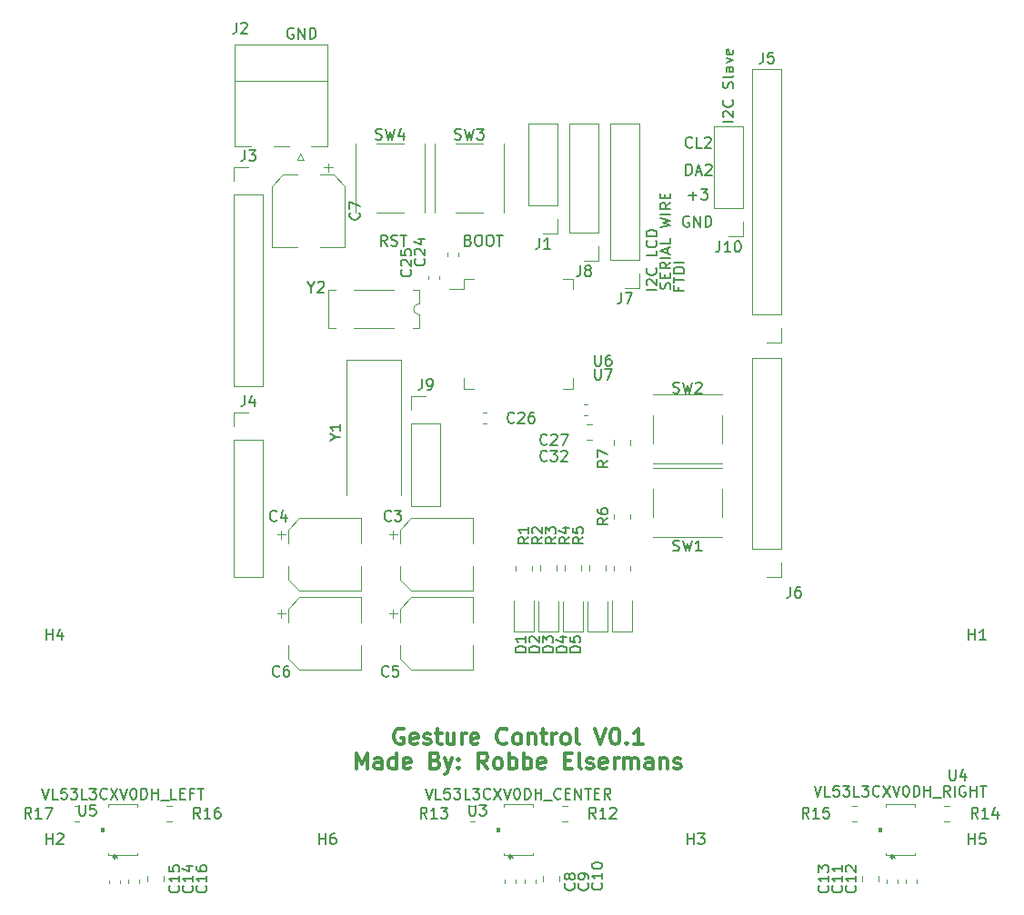
<source format=gbr>
%TF.GenerationSoftware,KiCad,Pcbnew,5.1.12-84ad8e8a86~92~ubuntu20.04.1*%
%TF.CreationDate,2022-02-24T18:35:21+01:00*%
%TF.ProjectId,GestureControl,47657374-7572-4654-936f-6e74726f6c2e,V0.1*%
%TF.SameCoordinates,Original*%
%TF.FileFunction,Legend,Top*%
%TF.FilePolarity,Positive*%
%FSLAX46Y46*%
G04 Gerber Fmt 4.6, Leading zero omitted, Abs format (unit mm)*
G04 Created by KiCad (PCBNEW 5.1.12-84ad8e8a86~92~ubuntu20.04.1) date 2022-02-24 18:35:21*
%MOMM*%
%LPD*%
G01*
G04 APERTURE LIST*
%ADD10C,0.200000*%
%ADD11C,0.300000*%
%ADD12C,0.120000*%
%ADD13C,0.100000*%
%ADD14C,0.150000*%
G04 APERTURE END LIST*
D10*
X126113904Y-40902000D02*
X126018666Y-40854380D01*
X125875809Y-40854380D01*
X125732952Y-40902000D01*
X125637714Y-40997238D01*
X125590095Y-41092476D01*
X125542476Y-41282952D01*
X125542476Y-41425809D01*
X125590095Y-41616285D01*
X125637714Y-41711523D01*
X125732952Y-41806761D01*
X125875809Y-41854380D01*
X125971047Y-41854380D01*
X126113904Y-41806761D01*
X126161523Y-41759142D01*
X126161523Y-41425809D01*
X125971047Y-41425809D01*
X126590095Y-41854380D02*
X126590095Y-40854380D01*
X127161523Y-41854380D01*
X127161523Y-40854380D01*
X127637714Y-41854380D02*
X127637714Y-40854380D01*
X127875809Y-40854380D01*
X128018666Y-40902000D01*
X128113904Y-40997238D01*
X128161523Y-41092476D01*
X128209142Y-41282952D01*
X128209142Y-41425809D01*
X128161523Y-41616285D01*
X128113904Y-41711523D01*
X128018666Y-41806761D01*
X127875809Y-41854380D01*
X127637714Y-41854380D01*
X163245523Y-51919142D02*
X163197904Y-51966761D01*
X163055047Y-52014380D01*
X162959809Y-52014380D01*
X162816952Y-51966761D01*
X162721714Y-51871523D01*
X162674095Y-51776285D01*
X162626476Y-51585809D01*
X162626476Y-51442952D01*
X162674095Y-51252476D01*
X162721714Y-51157238D01*
X162816952Y-51062000D01*
X162959809Y-51014380D01*
X163055047Y-51014380D01*
X163197904Y-51062000D01*
X163245523Y-51109619D01*
X164150285Y-52014380D02*
X163674095Y-52014380D01*
X163674095Y-51014380D01*
X164436000Y-51109619D02*
X164483619Y-51062000D01*
X164578857Y-51014380D01*
X164816952Y-51014380D01*
X164912190Y-51062000D01*
X164959809Y-51109619D01*
X165007428Y-51204857D01*
X165007428Y-51300095D01*
X164959809Y-51442952D01*
X164388380Y-52014380D01*
X165007428Y-52014380D01*
X162674095Y-54554380D02*
X162674095Y-53554380D01*
X162912190Y-53554380D01*
X163055047Y-53602000D01*
X163150285Y-53697238D01*
X163197904Y-53792476D01*
X163245523Y-53982952D01*
X163245523Y-54125809D01*
X163197904Y-54316285D01*
X163150285Y-54411523D01*
X163055047Y-54506761D01*
X162912190Y-54554380D01*
X162674095Y-54554380D01*
X163626476Y-54268666D02*
X164102666Y-54268666D01*
X163531238Y-54554380D02*
X163864571Y-53554380D01*
X164197904Y-54554380D01*
X164483619Y-53649619D02*
X164531238Y-53602000D01*
X164626476Y-53554380D01*
X164864571Y-53554380D01*
X164959809Y-53602000D01*
X165007428Y-53649619D01*
X165055047Y-53744857D01*
X165055047Y-53840095D01*
X165007428Y-53982952D01*
X164436000Y-54554380D01*
X165055047Y-54554380D01*
X162943904Y-58428000D02*
X162848666Y-58380380D01*
X162705809Y-58380380D01*
X162562952Y-58428000D01*
X162467714Y-58523238D01*
X162420095Y-58618476D01*
X162372476Y-58808952D01*
X162372476Y-58951809D01*
X162420095Y-59142285D01*
X162467714Y-59237523D01*
X162562952Y-59332761D01*
X162705809Y-59380380D01*
X162801047Y-59380380D01*
X162943904Y-59332761D01*
X162991523Y-59285142D01*
X162991523Y-58951809D01*
X162801047Y-58951809D01*
X163420095Y-59380380D02*
X163420095Y-58380380D01*
X163991523Y-59380380D01*
X163991523Y-58380380D01*
X164467714Y-59380380D02*
X164467714Y-58380380D01*
X164705809Y-58380380D01*
X164848666Y-58428000D01*
X164943904Y-58523238D01*
X164991523Y-58618476D01*
X165039142Y-58808952D01*
X165039142Y-58951809D01*
X164991523Y-59142285D01*
X164943904Y-59237523D01*
X164848666Y-59332761D01*
X164705809Y-59380380D01*
X164467714Y-59380380D01*
X162928095Y-56459428D02*
X163690000Y-56459428D01*
X163309047Y-56840380D02*
X163309047Y-56078476D01*
X164070952Y-55840380D02*
X164690000Y-55840380D01*
X164356666Y-56221333D01*
X164499523Y-56221333D01*
X164594761Y-56268952D01*
X164642380Y-56316571D01*
X164690000Y-56411809D01*
X164690000Y-56649904D01*
X164642380Y-56745142D01*
X164594761Y-56792761D01*
X164499523Y-56840380D01*
X164213809Y-56840380D01*
X164118571Y-56792761D01*
X164070952Y-56745142D01*
X142406857Y-60634571D02*
X142549714Y-60682190D01*
X142597333Y-60729809D01*
X142644952Y-60825047D01*
X142644952Y-60967904D01*
X142597333Y-61063142D01*
X142549714Y-61110761D01*
X142454476Y-61158380D01*
X142073523Y-61158380D01*
X142073523Y-60158380D01*
X142406857Y-60158380D01*
X142502095Y-60206000D01*
X142549714Y-60253619D01*
X142597333Y-60348857D01*
X142597333Y-60444095D01*
X142549714Y-60539333D01*
X142502095Y-60586952D01*
X142406857Y-60634571D01*
X142073523Y-60634571D01*
X143264000Y-60158380D02*
X143454476Y-60158380D01*
X143549714Y-60206000D01*
X143644952Y-60301238D01*
X143692571Y-60491714D01*
X143692571Y-60825047D01*
X143644952Y-61015523D01*
X143549714Y-61110761D01*
X143454476Y-61158380D01*
X143264000Y-61158380D01*
X143168761Y-61110761D01*
X143073523Y-61015523D01*
X143025904Y-60825047D01*
X143025904Y-60491714D01*
X143073523Y-60301238D01*
X143168761Y-60206000D01*
X143264000Y-60158380D01*
X144311619Y-60158380D02*
X144502095Y-60158380D01*
X144597333Y-60206000D01*
X144692571Y-60301238D01*
X144740190Y-60491714D01*
X144740190Y-60825047D01*
X144692571Y-61015523D01*
X144597333Y-61110761D01*
X144502095Y-61158380D01*
X144311619Y-61158380D01*
X144216380Y-61110761D01*
X144121142Y-61015523D01*
X144073523Y-60825047D01*
X144073523Y-60491714D01*
X144121142Y-60301238D01*
X144216380Y-60206000D01*
X144311619Y-60158380D01*
X145025904Y-60158380D02*
X145597333Y-60158380D01*
X145311619Y-61158380D02*
X145311619Y-60158380D01*
X134834380Y-61158380D02*
X134501047Y-60682190D01*
X134262952Y-61158380D02*
X134262952Y-60158380D01*
X134643904Y-60158380D01*
X134739142Y-60206000D01*
X134786761Y-60253619D01*
X134834380Y-60348857D01*
X134834380Y-60491714D01*
X134786761Y-60586952D01*
X134739142Y-60634571D01*
X134643904Y-60682190D01*
X134262952Y-60682190D01*
X135215333Y-61110761D02*
X135358190Y-61158380D01*
X135596285Y-61158380D01*
X135691523Y-61110761D01*
X135739142Y-61063142D01*
X135786761Y-60967904D01*
X135786761Y-60872666D01*
X135739142Y-60777428D01*
X135691523Y-60729809D01*
X135596285Y-60682190D01*
X135405809Y-60634571D01*
X135310571Y-60586952D01*
X135262952Y-60539333D01*
X135215333Y-60444095D01*
X135215333Y-60348857D01*
X135262952Y-60253619D01*
X135310571Y-60206000D01*
X135405809Y-60158380D01*
X135643904Y-60158380D01*
X135786761Y-60206000D01*
X136072476Y-60158380D02*
X136643904Y-60158380D01*
X136358190Y-61158380D02*
X136358190Y-60158380D01*
X161980571Y-64984190D02*
X161980571Y-65317523D01*
X162504380Y-65317523D02*
X161504380Y-65317523D01*
X161504380Y-64841333D01*
X161504380Y-64603238D02*
X161504380Y-64031809D01*
X162504380Y-64317523D02*
X161504380Y-64317523D01*
X162504380Y-63698476D02*
X161504380Y-63698476D01*
X161504380Y-63460380D01*
X161552000Y-63317523D01*
X161647238Y-63222285D01*
X161742476Y-63174666D01*
X161932952Y-63127047D01*
X162075809Y-63127047D01*
X162266285Y-63174666D01*
X162361523Y-63222285D01*
X162456761Y-63317523D01*
X162504380Y-63460380D01*
X162504380Y-63698476D01*
X162504380Y-62698476D02*
X161504380Y-62698476D01*
X161186761Y-65158380D02*
X161234380Y-65015523D01*
X161234380Y-64777428D01*
X161186761Y-64682190D01*
X161139142Y-64634571D01*
X161043904Y-64586952D01*
X160948666Y-64586952D01*
X160853428Y-64634571D01*
X160805809Y-64682190D01*
X160758190Y-64777428D01*
X160710571Y-64967904D01*
X160662952Y-65063142D01*
X160615333Y-65110761D01*
X160520095Y-65158380D01*
X160424857Y-65158380D01*
X160329619Y-65110761D01*
X160282000Y-65063142D01*
X160234380Y-64967904D01*
X160234380Y-64729809D01*
X160282000Y-64586952D01*
X160710571Y-64158380D02*
X160710571Y-63825047D01*
X161234380Y-63682190D02*
X161234380Y-64158380D01*
X160234380Y-64158380D01*
X160234380Y-63682190D01*
X161234380Y-62682190D02*
X160758190Y-63015523D01*
X161234380Y-63253619D02*
X160234380Y-63253619D01*
X160234380Y-62872666D01*
X160282000Y-62777428D01*
X160329619Y-62729809D01*
X160424857Y-62682190D01*
X160567714Y-62682190D01*
X160662952Y-62729809D01*
X160710571Y-62777428D01*
X160758190Y-62872666D01*
X160758190Y-63253619D01*
X161234380Y-62253619D02*
X160234380Y-62253619D01*
X160948666Y-61825047D02*
X160948666Y-61348857D01*
X161234380Y-61920285D02*
X160234380Y-61586952D01*
X161234380Y-61253619D01*
X161234380Y-60444095D02*
X161234380Y-60920285D01*
X160234380Y-60920285D01*
X160234380Y-59444095D02*
X161234380Y-59206000D01*
X160520095Y-59015523D01*
X161234380Y-58825047D01*
X160234380Y-58586952D01*
X161234380Y-58206000D02*
X160234380Y-58206000D01*
X161234380Y-57158380D02*
X160758190Y-57491714D01*
X161234380Y-57729809D02*
X160234380Y-57729809D01*
X160234380Y-57348857D01*
X160282000Y-57253619D01*
X160329619Y-57206000D01*
X160424857Y-57158380D01*
X160567714Y-57158380D01*
X160662952Y-57206000D01*
X160710571Y-57253619D01*
X160758190Y-57348857D01*
X160758190Y-57729809D01*
X160710571Y-56729809D02*
X160710571Y-56396476D01*
X161234380Y-56253619D02*
X161234380Y-56729809D01*
X160234380Y-56729809D01*
X160234380Y-56253619D01*
X159964380Y-65245904D02*
X158964380Y-65245904D01*
X159059619Y-64817333D02*
X159012000Y-64769714D01*
X158964380Y-64674476D01*
X158964380Y-64436380D01*
X159012000Y-64341142D01*
X159059619Y-64293523D01*
X159154857Y-64245904D01*
X159250095Y-64245904D01*
X159392952Y-64293523D01*
X159964380Y-64864952D01*
X159964380Y-64245904D01*
X159869142Y-63245904D02*
X159916761Y-63293523D01*
X159964380Y-63436380D01*
X159964380Y-63531619D01*
X159916761Y-63674476D01*
X159821523Y-63769714D01*
X159726285Y-63817333D01*
X159535809Y-63864952D01*
X159392952Y-63864952D01*
X159202476Y-63817333D01*
X159107238Y-63769714D01*
X159012000Y-63674476D01*
X158964380Y-63531619D01*
X158964380Y-63436380D01*
X159012000Y-63293523D01*
X159059619Y-63245904D01*
X159964380Y-61579238D02*
X159964380Y-62055428D01*
X158964380Y-62055428D01*
X159869142Y-60674476D02*
X159916761Y-60722095D01*
X159964380Y-60864952D01*
X159964380Y-60960190D01*
X159916761Y-61103047D01*
X159821523Y-61198285D01*
X159726285Y-61245904D01*
X159535809Y-61293523D01*
X159392952Y-61293523D01*
X159202476Y-61245904D01*
X159107238Y-61198285D01*
X159012000Y-61103047D01*
X158964380Y-60960190D01*
X158964380Y-60864952D01*
X159012000Y-60722095D01*
X159059619Y-60674476D01*
X159964380Y-60245904D02*
X158964380Y-60245904D01*
X158964380Y-60007809D01*
X159012000Y-59864952D01*
X159107238Y-59769714D01*
X159202476Y-59722095D01*
X159392952Y-59674476D01*
X159535809Y-59674476D01*
X159726285Y-59722095D01*
X159821523Y-59769714D01*
X159916761Y-59864952D01*
X159964380Y-60007809D01*
X159964380Y-60245904D01*
X167076380Y-49585142D02*
X166076380Y-49585142D01*
X166171619Y-49156571D02*
X166124000Y-49108952D01*
X166076380Y-49013714D01*
X166076380Y-48775619D01*
X166124000Y-48680380D01*
X166171619Y-48632761D01*
X166266857Y-48585142D01*
X166362095Y-48585142D01*
X166504952Y-48632761D01*
X167076380Y-49204190D01*
X167076380Y-48585142D01*
X166981142Y-47585142D02*
X167028761Y-47632761D01*
X167076380Y-47775619D01*
X167076380Y-47870857D01*
X167028761Y-48013714D01*
X166933523Y-48108952D01*
X166838285Y-48156571D01*
X166647809Y-48204190D01*
X166504952Y-48204190D01*
X166314476Y-48156571D01*
X166219238Y-48108952D01*
X166124000Y-48013714D01*
X166076380Y-47870857D01*
X166076380Y-47775619D01*
X166124000Y-47632761D01*
X166171619Y-47585142D01*
X167028761Y-46442285D02*
X167076380Y-46299428D01*
X167076380Y-46061333D01*
X167028761Y-45966095D01*
X166981142Y-45918476D01*
X166885904Y-45870857D01*
X166790666Y-45870857D01*
X166695428Y-45918476D01*
X166647809Y-45966095D01*
X166600190Y-46061333D01*
X166552571Y-46251809D01*
X166504952Y-46347047D01*
X166457333Y-46394666D01*
X166362095Y-46442285D01*
X166266857Y-46442285D01*
X166171619Y-46394666D01*
X166124000Y-46347047D01*
X166076380Y-46251809D01*
X166076380Y-46013714D01*
X166124000Y-45870857D01*
X167076380Y-45299428D02*
X167028761Y-45394666D01*
X166933523Y-45442285D01*
X166076380Y-45442285D01*
X167076380Y-44489904D02*
X166552571Y-44489904D01*
X166457333Y-44537523D01*
X166409714Y-44632761D01*
X166409714Y-44823238D01*
X166457333Y-44918476D01*
X167028761Y-44489904D02*
X167076380Y-44585142D01*
X167076380Y-44823238D01*
X167028761Y-44918476D01*
X166933523Y-44966095D01*
X166838285Y-44966095D01*
X166743047Y-44918476D01*
X166695428Y-44823238D01*
X166695428Y-44585142D01*
X166647809Y-44489904D01*
X166409714Y-44108952D02*
X167076380Y-43870857D01*
X166409714Y-43632761D01*
X167028761Y-42870857D02*
X167076380Y-42966095D01*
X167076380Y-43156571D01*
X167028761Y-43251809D01*
X166933523Y-43299428D01*
X166552571Y-43299428D01*
X166457333Y-43251809D01*
X166409714Y-43156571D01*
X166409714Y-42966095D01*
X166457333Y-42870857D01*
X166552571Y-42823238D01*
X166647809Y-42823238D01*
X166743047Y-43299428D01*
D11*
X136351714Y-106184000D02*
X136208857Y-106112571D01*
X135994571Y-106112571D01*
X135780285Y-106184000D01*
X135637428Y-106326857D01*
X135566000Y-106469714D01*
X135494571Y-106755428D01*
X135494571Y-106969714D01*
X135566000Y-107255428D01*
X135637428Y-107398285D01*
X135780285Y-107541142D01*
X135994571Y-107612571D01*
X136137428Y-107612571D01*
X136351714Y-107541142D01*
X136423142Y-107469714D01*
X136423142Y-106969714D01*
X136137428Y-106969714D01*
X137637428Y-107541142D02*
X137494571Y-107612571D01*
X137208857Y-107612571D01*
X137066000Y-107541142D01*
X136994571Y-107398285D01*
X136994571Y-106826857D01*
X137066000Y-106684000D01*
X137208857Y-106612571D01*
X137494571Y-106612571D01*
X137637428Y-106684000D01*
X137708857Y-106826857D01*
X137708857Y-106969714D01*
X136994571Y-107112571D01*
X138280285Y-107541142D02*
X138423142Y-107612571D01*
X138708857Y-107612571D01*
X138851714Y-107541142D01*
X138923142Y-107398285D01*
X138923142Y-107326857D01*
X138851714Y-107184000D01*
X138708857Y-107112571D01*
X138494571Y-107112571D01*
X138351714Y-107041142D01*
X138280285Y-106898285D01*
X138280285Y-106826857D01*
X138351714Y-106684000D01*
X138494571Y-106612571D01*
X138708857Y-106612571D01*
X138851714Y-106684000D01*
X139351714Y-106612571D02*
X139923142Y-106612571D01*
X139566000Y-106112571D02*
X139566000Y-107398285D01*
X139637428Y-107541142D01*
X139780285Y-107612571D01*
X139923142Y-107612571D01*
X141066000Y-106612571D02*
X141066000Y-107612571D01*
X140423142Y-106612571D02*
X140423142Y-107398285D01*
X140494571Y-107541142D01*
X140637428Y-107612571D01*
X140851714Y-107612571D01*
X140994571Y-107541142D01*
X141066000Y-107469714D01*
X141780285Y-107612571D02*
X141780285Y-106612571D01*
X141780285Y-106898285D02*
X141851714Y-106755428D01*
X141923142Y-106684000D01*
X142066000Y-106612571D01*
X142208857Y-106612571D01*
X143280285Y-107541142D02*
X143137428Y-107612571D01*
X142851714Y-107612571D01*
X142708857Y-107541142D01*
X142637428Y-107398285D01*
X142637428Y-106826857D01*
X142708857Y-106684000D01*
X142851714Y-106612571D01*
X143137428Y-106612571D01*
X143280285Y-106684000D01*
X143351714Y-106826857D01*
X143351714Y-106969714D01*
X142637428Y-107112571D01*
X145994571Y-107469714D02*
X145923142Y-107541142D01*
X145708857Y-107612571D01*
X145566000Y-107612571D01*
X145351714Y-107541142D01*
X145208857Y-107398285D01*
X145137428Y-107255428D01*
X145066000Y-106969714D01*
X145066000Y-106755428D01*
X145137428Y-106469714D01*
X145208857Y-106326857D01*
X145351714Y-106184000D01*
X145566000Y-106112571D01*
X145708857Y-106112571D01*
X145923142Y-106184000D01*
X145994571Y-106255428D01*
X146851714Y-107612571D02*
X146708857Y-107541142D01*
X146637428Y-107469714D01*
X146566000Y-107326857D01*
X146566000Y-106898285D01*
X146637428Y-106755428D01*
X146708857Y-106684000D01*
X146851714Y-106612571D01*
X147066000Y-106612571D01*
X147208857Y-106684000D01*
X147280285Y-106755428D01*
X147351714Y-106898285D01*
X147351714Y-107326857D01*
X147280285Y-107469714D01*
X147208857Y-107541142D01*
X147066000Y-107612571D01*
X146851714Y-107612571D01*
X147994571Y-106612571D02*
X147994571Y-107612571D01*
X147994571Y-106755428D02*
X148066000Y-106684000D01*
X148208857Y-106612571D01*
X148423142Y-106612571D01*
X148566000Y-106684000D01*
X148637428Y-106826857D01*
X148637428Y-107612571D01*
X149137428Y-106612571D02*
X149708857Y-106612571D01*
X149351714Y-106112571D02*
X149351714Y-107398285D01*
X149423142Y-107541142D01*
X149566000Y-107612571D01*
X149708857Y-107612571D01*
X150208857Y-107612571D02*
X150208857Y-106612571D01*
X150208857Y-106898285D02*
X150280285Y-106755428D01*
X150351714Y-106684000D01*
X150494571Y-106612571D01*
X150637428Y-106612571D01*
X151351714Y-107612571D02*
X151208857Y-107541142D01*
X151137428Y-107469714D01*
X151066000Y-107326857D01*
X151066000Y-106898285D01*
X151137428Y-106755428D01*
X151208857Y-106684000D01*
X151351714Y-106612571D01*
X151566000Y-106612571D01*
X151708857Y-106684000D01*
X151780285Y-106755428D01*
X151851714Y-106898285D01*
X151851714Y-107326857D01*
X151780285Y-107469714D01*
X151708857Y-107541142D01*
X151566000Y-107612571D01*
X151351714Y-107612571D01*
X152708857Y-107612571D02*
X152566000Y-107541142D01*
X152494571Y-107398285D01*
X152494571Y-106112571D01*
X154208857Y-106112571D02*
X154708857Y-107612571D01*
X155208857Y-106112571D01*
X155994571Y-106112571D02*
X156137428Y-106112571D01*
X156280285Y-106184000D01*
X156351714Y-106255428D01*
X156423142Y-106398285D01*
X156494571Y-106684000D01*
X156494571Y-107041142D01*
X156423142Y-107326857D01*
X156351714Y-107469714D01*
X156280285Y-107541142D01*
X156137428Y-107612571D01*
X155994571Y-107612571D01*
X155851714Y-107541142D01*
X155780285Y-107469714D01*
X155708857Y-107326857D01*
X155637428Y-107041142D01*
X155637428Y-106684000D01*
X155708857Y-106398285D01*
X155780285Y-106255428D01*
X155851714Y-106184000D01*
X155994571Y-106112571D01*
X157137428Y-107469714D02*
X157208857Y-107541142D01*
X157137428Y-107612571D01*
X157066000Y-107541142D01*
X157137428Y-107469714D01*
X157137428Y-107612571D01*
X158637428Y-107612571D02*
X157780285Y-107612571D01*
X158208857Y-107612571D02*
X158208857Y-106112571D01*
X158066000Y-106326857D01*
X157923142Y-106469714D01*
X157780285Y-106541142D01*
X131994571Y-109898571D02*
X131994571Y-108398571D01*
X132494571Y-109470000D01*
X132994571Y-108398571D01*
X132994571Y-109898571D01*
X134351714Y-109898571D02*
X134351714Y-109112857D01*
X134280285Y-108970000D01*
X134137428Y-108898571D01*
X133851714Y-108898571D01*
X133708857Y-108970000D01*
X134351714Y-109827142D02*
X134208857Y-109898571D01*
X133851714Y-109898571D01*
X133708857Y-109827142D01*
X133637428Y-109684285D01*
X133637428Y-109541428D01*
X133708857Y-109398571D01*
X133851714Y-109327142D01*
X134208857Y-109327142D01*
X134351714Y-109255714D01*
X135708857Y-109898571D02*
X135708857Y-108398571D01*
X135708857Y-109827142D02*
X135566000Y-109898571D01*
X135280285Y-109898571D01*
X135137428Y-109827142D01*
X135066000Y-109755714D01*
X134994571Y-109612857D01*
X134994571Y-109184285D01*
X135066000Y-109041428D01*
X135137428Y-108970000D01*
X135280285Y-108898571D01*
X135566000Y-108898571D01*
X135708857Y-108970000D01*
X136994571Y-109827142D02*
X136851714Y-109898571D01*
X136566000Y-109898571D01*
X136423142Y-109827142D01*
X136351714Y-109684285D01*
X136351714Y-109112857D01*
X136423142Y-108970000D01*
X136566000Y-108898571D01*
X136851714Y-108898571D01*
X136994571Y-108970000D01*
X137066000Y-109112857D01*
X137066000Y-109255714D01*
X136351714Y-109398571D01*
X139351714Y-109112857D02*
X139566000Y-109184285D01*
X139637428Y-109255714D01*
X139708857Y-109398571D01*
X139708857Y-109612857D01*
X139637428Y-109755714D01*
X139566000Y-109827142D01*
X139423142Y-109898571D01*
X138851714Y-109898571D01*
X138851714Y-108398571D01*
X139351714Y-108398571D01*
X139494571Y-108470000D01*
X139566000Y-108541428D01*
X139637428Y-108684285D01*
X139637428Y-108827142D01*
X139566000Y-108970000D01*
X139494571Y-109041428D01*
X139351714Y-109112857D01*
X138851714Y-109112857D01*
X140208857Y-108898571D02*
X140566000Y-109898571D01*
X140923142Y-108898571D02*
X140566000Y-109898571D01*
X140423142Y-110255714D01*
X140351714Y-110327142D01*
X140208857Y-110398571D01*
X141494571Y-109755714D02*
X141566000Y-109827142D01*
X141494571Y-109898571D01*
X141423142Y-109827142D01*
X141494571Y-109755714D01*
X141494571Y-109898571D01*
X141494571Y-108970000D02*
X141566000Y-109041428D01*
X141494571Y-109112857D01*
X141423142Y-109041428D01*
X141494571Y-108970000D01*
X141494571Y-109112857D01*
X144208857Y-109898571D02*
X143708857Y-109184285D01*
X143351714Y-109898571D02*
X143351714Y-108398571D01*
X143923142Y-108398571D01*
X144066000Y-108470000D01*
X144137428Y-108541428D01*
X144208857Y-108684285D01*
X144208857Y-108898571D01*
X144137428Y-109041428D01*
X144066000Y-109112857D01*
X143923142Y-109184285D01*
X143351714Y-109184285D01*
X145066000Y-109898571D02*
X144923142Y-109827142D01*
X144851714Y-109755714D01*
X144780285Y-109612857D01*
X144780285Y-109184285D01*
X144851714Y-109041428D01*
X144923142Y-108970000D01*
X145066000Y-108898571D01*
X145280285Y-108898571D01*
X145423142Y-108970000D01*
X145494571Y-109041428D01*
X145566000Y-109184285D01*
X145566000Y-109612857D01*
X145494571Y-109755714D01*
X145423142Y-109827142D01*
X145280285Y-109898571D01*
X145066000Y-109898571D01*
X146208857Y-109898571D02*
X146208857Y-108398571D01*
X146208857Y-108970000D02*
X146351714Y-108898571D01*
X146637428Y-108898571D01*
X146780285Y-108970000D01*
X146851714Y-109041428D01*
X146923142Y-109184285D01*
X146923142Y-109612857D01*
X146851714Y-109755714D01*
X146780285Y-109827142D01*
X146637428Y-109898571D01*
X146351714Y-109898571D01*
X146208857Y-109827142D01*
X147566000Y-109898571D02*
X147566000Y-108398571D01*
X147566000Y-108970000D02*
X147708857Y-108898571D01*
X147994571Y-108898571D01*
X148137428Y-108970000D01*
X148208857Y-109041428D01*
X148280285Y-109184285D01*
X148280285Y-109612857D01*
X148208857Y-109755714D01*
X148137428Y-109827142D01*
X147994571Y-109898571D01*
X147708857Y-109898571D01*
X147566000Y-109827142D01*
X149494571Y-109827142D02*
X149351714Y-109898571D01*
X149066000Y-109898571D01*
X148923142Y-109827142D01*
X148851714Y-109684285D01*
X148851714Y-109112857D01*
X148923142Y-108970000D01*
X149066000Y-108898571D01*
X149351714Y-108898571D01*
X149494571Y-108970000D01*
X149566000Y-109112857D01*
X149566000Y-109255714D01*
X148851714Y-109398571D01*
X151351714Y-109112857D02*
X151851714Y-109112857D01*
X152066000Y-109898571D02*
X151351714Y-109898571D01*
X151351714Y-108398571D01*
X152066000Y-108398571D01*
X152923142Y-109898571D02*
X152780285Y-109827142D01*
X152708857Y-109684285D01*
X152708857Y-108398571D01*
X153423142Y-109827142D02*
X153566000Y-109898571D01*
X153851714Y-109898571D01*
X153994571Y-109827142D01*
X154066000Y-109684285D01*
X154066000Y-109612857D01*
X153994571Y-109470000D01*
X153851714Y-109398571D01*
X153637428Y-109398571D01*
X153494571Y-109327142D01*
X153423142Y-109184285D01*
X153423142Y-109112857D01*
X153494571Y-108970000D01*
X153637428Y-108898571D01*
X153851714Y-108898571D01*
X153994571Y-108970000D01*
X155280285Y-109827142D02*
X155137428Y-109898571D01*
X154851714Y-109898571D01*
X154708857Y-109827142D01*
X154637428Y-109684285D01*
X154637428Y-109112857D01*
X154708857Y-108970000D01*
X154851714Y-108898571D01*
X155137428Y-108898571D01*
X155280285Y-108970000D01*
X155351714Y-109112857D01*
X155351714Y-109255714D01*
X154637428Y-109398571D01*
X155994571Y-109898571D02*
X155994571Y-108898571D01*
X155994571Y-109184285D02*
X156066000Y-109041428D01*
X156137428Y-108970000D01*
X156280285Y-108898571D01*
X156423142Y-108898571D01*
X156923142Y-109898571D02*
X156923142Y-108898571D01*
X156923142Y-109041428D02*
X156994571Y-108970000D01*
X157137428Y-108898571D01*
X157351714Y-108898571D01*
X157494571Y-108970000D01*
X157566000Y-109112857D01*
X157566000Y-109898571D01*
X157566000Y-109112857D02*
X157637428Y-108970000D01*
X157780285Y-108898571D01*
X157994571Y-108898571D01*
X158137428Y-108970000D01*
X158208857Y-109112857D01*
X158208857Y-109898571D01*
X159566000Y-109898571D02*
X159566000Y-109112857D01*
X159494571Y-108970000D01*
X159351714Y-108898571D01*
X159066000Y-108898571D01*
X158923142Y-108970000D01*
X159566000Y-109827142D02*
X159423142Y-109898571D01*
X159066000Y-109898571D01*
X158923142Y-109827142D01*
X158851714Y-109684285D01*
X158851714Y-109541428D01*
X158923142Y-109398571D01*
X159066000Y-109327142D01*
X159423142Y-109327142D01*
X159566000Y-109255714D01*
X160280285Y-108898571D02*
X160280285Y-109898571D01*
X160280285Y-109041428D02*
X160351714Y-108970000D01*
X160494571Y-108898571D01*
X160708857Y-108898571D01*
X160851714Y-108970000D01*
X160923142Y-109112857D01*
X160923142Y-109898571D01*
X161566000Y-109827142D02*
X161708857Y-109898571D01*
X161994571Y-109898571D01*
X162137428Y-109827142D01*
X162208857Y-109684285D01*
X162208857Y-109612857D01*
X162137428Y-109470000D01*
X161994571Y-109398571D01*
X161780285Y-109398571D01*
X161637428Y-109327142D01*
X161566000Y-109184285D01*
X161566000Y-109112857D01*
X161637428Y-108970000D01*
X161780285Y-108898571D01*
X161994571Y-108898571D01*
X162137428Y-108970000D01*
D12*
%TO.C,C10*%
X149379000Y-119859248D02*
X149379000Y-120381752D01*
X150849000Y-119859248D02*
X150849000Y-120381752D01*
%TO.C,J10*%
X167954000Y-60258000D02*
X166624000Y-60258000D01*
X167954000Y-58928000D02*
X167954000Y-60258000D01*
X167954000Y-57658000D02*
X165294000Y-57658000D01*
X165294000Y-57658000D02*
X165294000Y-49978000D01*
X167954000Y-57658000D02*
X167954000Y-49978000D01*
X167954000Y-49978000D02*
X165294000Y-49978000D01*
%TO.C,J8*%
X154492000Y-62544000D02*
X153162000Y-62544000D01*
X154492000Y-61214000D02*
X154492000Y-62544000D01*
X154492000Y-59944000D02*
X151832000Y-59944000D01*
X151832000Y-59944000D02*
X151832000Y-49724000D01*
X154492000Y-59944000D02*
X154492000Y-49724000D01*
X154492000Y-49724000D02*
X151832000Y-49724000D01*
%TO.C,J7*%
X158302000Y-65084000D02*
X156972000Y-65084000D01*
X158302000Y-63754000D02*
X158302000Y-65084000D01*
X158302000Y-62484000D02*
X155642000Y-62484000D01*
X155642000Y-62484000D02*
X155642000Y-49724000D01*
X158302000Y-62484000D02*
X158302000Y-49724000D01*
X158302000Y-49724000D02*
X155642000Y-49724000D01*
%TO.C,Y2*%
X131704000Y-65256000D02*
X135504000Y-65256000D01*
X137804000Y-65256000D02*
X137204000Y-65256000D01*
X137804000Y-68856000D02*
X137204000Y-68856000D01*
X137804000Y-65256000D02*
X137804000Y-66556000D01*
X137804000Y-67556000D02*
X137804000Y-68856000D01*
X135504000Y-68856000D02*
X131704000Y-68856000D01*
X129404000Y-65256000D02*
X130004000Y-65256000D01*
X129404000Y-68856000D02*
X129404000Y-65256000D01*
X130004000Y-68856000D02*
X129404000Y-68856000D01*
X137804000Y-66556000D02*
G75*
G03*
X137804000Y-67556000I0J-500000D01*
G01*
%TO.C,Y1*%
X131054000Y-71786000D02*
X131054000Y-84386000D01*
X136154000Y-71786000D02*
X131054000Y-71786000D01*
X136154000Y-84386000D02*
X136154000Y-71786000D01*
%TO.C,U7*%
X141956000Y-65182000D02*
X140616000Y-65182000D01*
X141956000Y-64232000D02*
X141956000Y-65182000D01*
X142906000Y-64232000D02*
X141956000Y-64232000D01*
X152176000Y-64232000D02*
X152176000Y-65182000D01*
X151226000Y-64232000D02*
X152176000Y-64232000D01*
X141956000Y-74452000D02*
X141956000Y-73502000D01*
X142906000Y-74452000D02*
X141956000Y-74452000D01*
X152176000Y-74452000D02*
X152176000Y-73502000D01*
X151226000Y-74452000D02*
X152176000Y-74452000D01*
%TO.C,U6*%
X141956000Y-65182000D02*
X140616000Y-65182000D01*
X141956000Y-64232000D02*
X141956000Y-65182000D01*
X142906000Y-64232000D02*
X141956000Y-64232000D01*
X152176000Y-64232000D02*
X152176000Y-65182000D01*
X151226000Y-64232000D02*
X152176000Y-64232000D01*
X141956000Y-74452000D02*
X141956000Y-73502000D01*
X142906000Y-74452000D02*
X141956000Y-74452000D01*
X152176000Y-74452000D02*
X152176000Y-73502000D01*
X151226000Y-74452000D02*
X152176000Y-74452000D01*
%TO.C,SW4*%
X138358000Y-58094000D02*
X138358000Y-51634000D01*
X133828000Y-58094000D02*
X136428000Y-58094000D01*
X131898000Y-58094000D02*
X131898000Y-51634000D01*
X133828000Y-51634000D02*
X136428000Y-51634000D01*
X131928000Y-58094000D02*
X131898000Y-58094000D01*
X138358000Y-58094000D02*
X138328000Y-58094000D01*
X138358000Y-51634000D02*
X138328000Y-51634000D01*
X131898000Y-51634000D02*
X131928000Y-51634000D01*
%TO.C,SW3*%
X145724000Y-58094000D02*
X145724000Y-51634000D01*
X141194000Y-58094000D02*
X143794000Y-58094000D01*
X139264000Y-58094000D02*
X139264000Y-51634000D01*
X141194000Y-51634000D02*
X143794000Y-51634000D01*
X139294000Y-58094000D02*
X139264000Y-58094000D01*
X145724000Y-58094000D02*
X145694000Y-58094000D01*
X145724000Y-51634000D02*
X145694000Y-51634000D01*
X139264000Y-51634000D02*
X139294000Y-51634000D01*
%TO.C,SW2*%
X166044000Y-75002000D02*
X159584000Y-75002000D01*
X166044000Y-79532000D02*
X166044000Y-76932000D01*
X166044000Y-81462000D02*
X159584000Y-81462000D01*
X159584000Y-79532000D02*
X159584000Y-76932000D01*
X166044000Y-81432000D02*
X166044000Y-81462000D01*
X166044000Y-75002000D02*
X166044000Y-75032000D01*
X159584000Y-75002000D02*
X159584000Y-75032000D01*
X159584000Y-81462000D02*
X159584000Y-81432000D01*
%TO.C,SW1*%
X166044000Y-81860000D02*
X159584000Y-81860000D01*
X166044000Y-86390000D02*
X166044000Y-83790000D01*
X166044000Y-88320000D02*
X159584000Y-88320000D01*
X159584000Y-86390000D02*
X159584000Y-83790000D01*
X166044000Y-88290000D02*
X166044000Y-88320000D01*
X166044000Y-81860000D02*
X166044000Y-81890000D01*
X159584000Y-81860000D02*
X159584000Y-81890000D01*
X159584000Y-88320000D02*
X159584000Y-88290000D01*
%TO.C,R7*%
X157453000Y-79713064D02*
X157453000Y-79258936D01*
X155983000Y-79713064D02*
X155983000Y-79258936D01*
%TO.C,R6*%
X155983000Y-86148936D02*
X155983000Y-86603064D01*
X157453000Y-86148936D02*
X157453000Y-86603064D01*
%TO.C,R5*%
X157453000Y-91413064D02*
X157453000Y-90958936D01*
X155983000Y-91413064D02*
X155983000Y-90958936D01*
%TO.C,R4*%
X155167000Y-91397064D02*
X155167000Y-90942936D01*
X153697000Y-91397064D02*
X153697000Y-90942936D01*
%TO.C,R3*%
X152881000Y-91397064D02*
X152881000Y-90942936D01*
X151411000Y-91397064D02*
X151411000Y-90942936D01*
%TO.C,R2*%
X150595000Y-91397064D02*
X150595000Y-90942936D01*
X149125000Y-91397064D02*
X149125000Y-90942936D01*
%TO.C,R1*%
X148309000Y-91429064D02*
X148309000Y-90974936D01*
X146839000Y-91429064D02*
X146839000Y-90974936D01*
%TO.C,J9*%
X137100000Y-75124000D02*
X138430000Y-75124000D01*
X137100000Y-76454000D02*
X137100000Y-75124000D01*
X137100000Y-77724000D02*
X139760000Y-77724000D01*
X139760000Y-77724000D02*
X139760000Y-85404000D01*
X137100000Y-77724000D02*
X137100000Y-85404000D01*
X137100000Y-85404000D02*
X139760000Y-85404000D01*
%TO.C,J2*%
X127046000Y-53146000D02*
X126446000Y-53146000D01*
X126746000Y-52546000D02*
X127046000Y-53146000D01*
X126446000Y-53146000D02*
X126746000Y-52546000D01*
X129306000Y-45746000D02*
X120686000Y-45746000D01*
X125696000Y-51856000D02*
X124296000Y-51856000D01*
X120686000Y-51856000D02*
X122196000Y-51856000D01*
X129306000Y-51856000D02*
X127796000Y-51856000D01*
X120686000Y-42436000D02*
X120686000Y-51856000D01*
X129306000Y-42436000D02*
X120686000Y-42436000D01*
X129306000Y-51856000D02*
X129306000Y-42436000D01*
%TO.C,J1*%
X150682000Y-60004000D02*
X149352000Y-60004000D01*
X150682000Y-58674000D02*
X150682000Y-60004000D01*
X150682000Y-57404000D02*
X148022000Y-57404000D01*
X148022000Y-57404000D02*
X148022000Y-49724000D01*
X150682000Y-57404000D02*
X150682000Y-49724000D01*
X150682000Y-49724000D02*
X148022000Y-49724000D01*
%TO.C,D5*%
X157678000Y-97110000D02*
X157678000Y-94250000D01*
X155758000Y-97110000D02*
X157678000Y-97110000D01*
X155758000Y-94250000D02*
X155758000Y-97110000D01*
%TO.C,D4*%
X155392000Y-97119000D02*
X155392000Y-94259000D01*
X153472000Y-97119000D02*
X155392000Y-97119000D01*
X153472000Y-94259000D02*
X153472000Y-97119000D01*
%TO.C,D3*%
X153106000Y-97119000D02*
X153106000Y-94259000D01*
X151186000Y-97119000D02*
X153106000Y-97119000D01*
X151186000Y-94259000D02*
X151186000Y-97119000D01*
%TO.C,D2*%
X150820000Y-97119000D02*
X150820000Y-94259000D01*
X148900000Y-97119000D02*
X150820000Y-97119000D01*
X148900000Y-94259000D02*
X148900000Y-97119000D01*
%TO.C,D1*%
X148534000Y-97101000D02*
X148534000Y-94241000D01*
X146614000Y-97101000D02*
X148534000Y-97101000D01*
X146614000Y-94241000D02*
X146614000Y-97101000D01*
%TO.C,C32*%
X153952752Y-77751000D02*
X153430248Y-77751000D01*
X153952752Y-79221000D02*
X153430248Y-79221000D01*
%TO.C,C27*%
X153461767Y-75944000D02*
X153169233Y-75944000D01*
X153461767Y-76964000D02*
X153169233Y-76964000D01*
%TO.C,C26*%
X144063767Y-76706000D02*
X143771233Y-76706000D01*
X144063767Y-77726000D02*
X143771233Y-77726000D01*
%TO.C,C25*%
X139702000Y-64254767D02*
X139702000Y-63962233D01*
X138682000Y-64254767D02*
X138682000Y-63962233D01*
%TO.C,C24*%
X140460000Y-61829733D02*
X140460000Y-62122267D01*
X141480000Y-61829733D02*
X141480000Y-62122267D01*
%TO.C,C7*%
X129749250Y-53868250D02*
X128961750Y-53868250D01*
X129355500Y-53474500D02*
X129355500Y-54262000D01*
X125162437Y-54502000D02*
X124098000Y-55566437D01*
X129853563Y-54502000D02*
X130918000Y-55566437D01*
X129853563Y-54502000D02*
X128568000Y-54502000D01*
X125162437Y-54502000D02*
X126448000Y-54502000D01*
X124098000Y-55566437D02*
X124098000Y-61322000D01*
X130918000Y-55566437D02*
X130918000Y-61322000D01*
X130918000Y-61322000D02*
X128568000Y-61322000D01*
X124098000Y-61322000D02*
X126448000Y-61322000D01*
%TO.C,C6*%
X124988250Y-95040750D02*
X124988250Y-95828250D01*
X124594500Y-95434500D02*
X125382000Y-95434500D01*
X125622000Y-99627563D02*
X126686437Y-100692000D01*
X125622000Y-94936437D02*
X126686437Y-93872000D01*
X125622000Y-94936437D02*
X125622000Y-96222000D01*
X125622000Y-99627563D02*
X125622000Y-98342000D01*
X126686437Y-100692000D02*
X132442000Y-100692000D01*
X126686437Y-93872000D02*
X132442000Y-93872000D01*
X132442000Y-93872000D02*
X132442000Y-96222000D01*
X132442000Y-100692000D02*
X132442000Y-98342000D01*
%TO.C,C5*%
X135402250Y-95040750D02*
X135402250Y-95828250D01*
X135008500Y-95434500D02*
X135796000Y-95434500D01*
X136036000Y-99627563D02*
X137100437Y-100692000D01*
X136036000Y-94936437D02*
X137100437Y-93872000D01*
X136036000Y-94936437D02*
X136036000Y-96222000D01*
X136036000Y-99627563D02*
X136036000Y-98342000D01*
X137100437Y-100692000D02*
X142856000Y-100692000D01*
X137100437Y-93872000D02*
X142856000Y-93872000D01*
X142856000Y-93872000D02*
X142856000Y-96222000D01*
X142856000Y-100692000D02*
X142856000Y-98342000D01*
%TO.C,C4*%
X124988250Y-87674750D02*
X124988250Y-88462250D01*
X124594500Y-88068500D02*
X125382000Y-88068500D01*
X125622000Y-92261563D02*
X126686437Y-93326000D01*
X125622000Y-87570437D02*
X126686437Y-86506000D01*
X125622000Y-87570437D02*
X125622000Y-88856000D01*
X125622000Y-92261563D02*
X125622000Y-90976000D01*
X126686437Y-93326000D02*
X132442000Y-93326000D01*
X126686437Y-86506000D02*
X132442000Y-86506000D01*
X132442000Y-86506000D02*
X132442000Y-88856000D01*
X132442000Y-93326000D02*
X132442000Y-90976000D01*
%TO.C,C3*%
X135402250Y-87674750D02*
X135402250Y-88462250D01*
X135008500Y-88068500D02*
X135796000Y-88068500D01*
X136036000Y-92261563D02*
X137100437Y-93326000D01*
X136036000Y-87570437D02*
X137100437Y-86506000D01*
X136036000Y-87570437D02*
X136036000Y-88856000D01*
X136036000Y-92261563D02*
X136036000Y-90976000D01*
X137100437Y-93326000D02*
X142856000Y-93326000D01*
X137100437Y-86506000D02*
X142856000Y-86506000D01*
X142856000Y-86506000D02*
X142856000Y-88856000D01*
X142856000Y-93326000D02*
X142856000Y-90976000D01*
%TO.C,U5*%
X111582200Y-117919500D02*
X111582200Y-117731739D01*
X111582200Y-113220500D02*
X108889800Y-113220500D01*
X108889800Y-113220500D02*
X108889800Y-113408261D01*
X108889800Y-117919500D02*
X111582200Y-117919500D01*
X111582200Y-113408261D02*
X111582200Y-113220500D01*
X108889800Y-117731739D02*
X108889800Y-117919500D01*
D13*
G36*
X108462801Y-115760500D02*
G01*
X108208801Y-115760500D01*
X108208801Y-115379500D01*
X108462801Y-115379500D01*
X108462801Y-115760500D01*
G37*
X108462801Y-115760500D02*
X108208801Y-115760500D01*
X108208801Y-115379500D01*
X108462801Y-115379500D01*
X108462801Y-115760500D01*
D12*
%TO.C,U4*%
X183972200Y-117919500D02*
X183972200Y-117731739D01*
X183972200Y-113220500D02*
X181279800Y-113220500D01*
X181279800Y-113220500D02*
X181279800Y-113408261D01*
X181279800Y-117919500D02*
X183972200Y-117919500D01*
X183972200Y-113408261D02*
X183972200Y-113220500D01*
X181279800Y-117731739D02*
X181279800Y-117919500D01*
D13*
G36*
X180852801Y-115760500D02*
G01*
X180598801Y-115760500D01*
X180598801Y-115379500D01*
X180852801Y-115379500D01*
X180852801Y-115760500D01*
G37*
X180852801Y-115760500D02*
X180598801Y-115760500D01*
X180598801Y-115379500D01*
X180852801Y-115379500D01*
X180852801Y-115760500D01*
D12*
%TO.C,U3*%
X148412200Y-117919500D02*
X148412200Y-117731739D01*
X148412200Y-113220500D02*
X145719800Y-113220500D01*
X145719800Y-113220500D02*
X145719800Y-113408261D01*
X145719800Y-117919500D02*
X148412200Y-117919500D01*
X148412200Y-113408261D02*
X148412200Y-113220500D01*
X145719800Y-117731739D02*
X145719800Y-117919500D01*
D13*
G36*
X145292801Y-115760500D02*
G01*
X145038801Y-115760500D01*
X145038801Y-115379500D01*
X145292801Y-115379500D01*
X145292801Y-115760500D01*
G37*
X145292801Y-115760500D02*
X145038801Y-115760500D01*
X145038801Y-115379500D01*
X145292801Y-115379500D01*
X145292801Y-115760500D01*
D12*
%TO.C,C13*%
X179097000Y-119859248D02*
X179097000Y-120381752D01*
X180567000Y-119859248D02*
X180567000Y-120381752D01*
%TO.C,C11*%
X182374000Y-120249733D02*
X182374000Y-120542267D01*
X181354000Y-120249733D02*
X181354000Y-120542267D01*
%TO.C,R15*%
X178096936Y-113311000D02*
X178551064Y-113311000D01*
X178096936Y-114781000D02*
X178551064Y-114781000D01*
%TO.C,C9*%
X147635500Y-120223233D02*
X147635500Y-120515767D01*
X148655500Y-120223233D02*
X148655500Y-120515767D01*
%TO.C,C15*%
X108964000Y-120276233D02*
X108964000Y-120568767D01*
X109984000Y-120276233D02*
X109984000Y-120568767D01*
%TO.C,C16*%
X112549000Y-119859248D02*
X112549000Y-120381752D01*
X114019000Y-119859248D02*
X114019000Y-120381752D01*
%TO.C,R12*%
X151595064Y-113311000D02*
X151140936Y-113311000D01*
X151595064Y-114781000D02*
X151140936Y-114781000D01*
%TO.C,R14*%
X187155064Y-114781000D02*
X186700936Y-114781000D01*
X187155064Y-113311000D02*
X186700936Y-113311000D01*
%TO.C,R13*%
X142536936Y-114781000D02*
X142991064Y-114781000D01*
X142536936Y-113311000D02*
X142991064Y-113311000D01*
%TO.C,R17*%
X105706936Y-114781000D02*
X106161064Y-114781000D01*
X105706936Y-113311000D02*
X106161064Y-113311000D01*
%TO.C,R16*%
X114765064Y-113311000D02*
X114310936Y-113311000D01*
X114765064Y-114781000D02*
X114310936Y-114781000D01*
%TO.C,C14*%
X110742000Y-120249733D02*
X110742000Y-120542267D01*
X111762000Y-120249733D02*
X111762000Y-120542267D01*
%TO.C,C8*%
X145794000Y-120249733D02*
X145794000Y-120542267D01*
X146814000Y-120249733D02*
X146814000Y-120542267D01*
%TO.C,C12*%
X183132000Y-120249733D02*
X183132000Y-120542267D01*
X184152000Y-120249733D02*
X184152000Y-120542267D01*
%TO.C,J6*%
X171510000Y-71568000D02*
X168850000Y-71568000D01*
X171510000Y-89408000D02*
X171510000Y-71568000D01*
X168850000Y-89408000D02*
X168850000Y-71568000D01*
X171510000Y-89408000D02*
X168850000Y-89408000D01*
X171510000Y-90678000D02*
X171510000Y-92008000D01*
X171510000Y-92008000D02*
X170180000Y-92008000D01*
%TO.C,J5*%
X171510000Y-44644000D02*
X168850000Y-44644000D01*
X171510000Y-67564000D02*
X171510000Y-44644000D01*
X168850000Y-67564000D02*
X168850000Y-44644000D01*
X171510000Y-67564000D02*
X168850000Y-67564000D01*
X171510000Y-68834000D02*
X171510000Y-70164000D01*
X171510000Y-70164000D02*
X170180000Y-70164000D01*
%TO.C,J4*%
X120590000Y-92008000D02*
X123250000Y-92008000D01*
X120590000Y-79248000D02*
X120590000Y-92008000D01*
X123250000Y-79248000D02*
X123250000Y-92008000D01*
X120590000Y-79248000D02*
X123250000Y-79248000D01*
X120590000Y-77978000D02*
X120590000Y-76648000D01*
X120590000Y-76648000D02*
X121920000Y-76648000D01*
%TO.C,J3*%
X120590000Y-74228000D02*
X123250000Y-74228000D01*
X120590000Y-56388000D02*
X120590000Y-74228000D01*
X123250000Y-56388000D02*
X123250000Y-74228000D01*
X120590000Y-56388000D02*
X123250000Y-56388000D01*
X120590000Y-55118000D02*
X120590000Y-53788000D01*
X120590000Y-53788000D02*
X121920000Y-53788000D01*
%TO.C,C10*%
D14*
X154789142Y-120530857D02*
X154836761Y-120578476D01*
X154884380Y-120721333D01*
X154884380Y-120816571D01*
X154836761Y-120959428D01*
X154741523Y-121054666D01*
X154646285Y-121102285D01*
X154455809Y-121149904D01*
X154312952Y-121149904D01*
X154122476Y-121102285D01*
X154027238Y-121054666D01*
X153932000Y-120959428D01*
X153884380Y-120816571D01*
X153884380Y-120721333D01*
X153932000Y-120578476D01*
X153979619Y-120530857D01*
X154884380Y-119578476D02*
X154884380Y-120149904D01*
X154884380Y-119864190D02*
X153884380Y-119864190D01*
X154027238Y-119959428D01*
X154122476Y-120054666D01*
X154170095Y-120149904D01*
X153884380Y-118959428D02*
X153884380Y-118864190D01*
X153932000Y-118768952D01*
X153979619Y-118721333D01*
X154074857Y-118673714D01*
X154265333Y-118626095D01*
X154503428Y-118626095D01*
X154693904Y-118673714D01*
X154789142Y-118721333D01*
X154836761Y-118768952D01*
X154884380Y-118864190D01*
X154884380Y-118959428D01*
X154836761Y-119054666D01*
X154789142Y-119102285D01*
X154693904Y-119149904D01*
X154503428Y-119197523D01*
X154265333Y-119197523D01*
X154074857Y-119149904D01*
X153979619Y-119102285D01*
X153932000Y-119054666D01*
X153884380Y-118959428D01*
%TO.C,J10*%
X165814476Y-60710380D02*
X165814476Y-61424666D01*
X165766857Y-61567523D01*
X165671619Y-61662761D01*
X165528761Y-61710380D01*
X165433523Y-61710380D01*
X166814476Y-61710380D02*
X166243047Y-61710380D01*
X166528761Y-61710380D02*
X166528761Y-60710380D01*
X166433523Y-60853238D01*
X166338285Y-60948476D01*
X166243047Y-60996095D01*
X167433523Y-60710380D02*
X167528761Y-60710380D01*
X167624000Y-60758000D01*
X167671619Y-60805619D01*
X167719238Y-60900857D01*
X167766857Y-61091333D01*
X167766857Y-61329428D01*
X167719238Y-61519904D01*
X167671619Y-61615142D01*
X167624000Y-61662761D01*
X167528761Y-61710380D01*
X167433523Y-61710380D01*
X167338285Y-61662761D01*
X167290666Y-61615142D01*
X167243047Y-61519904D01*
X167195428Y-61329428D01*
X167195428Y-61091333D01*
X167243047Y-60900857D01*
X167290666Y-60805619D01*
X167338285Y-60758000D01*
X167433523Y-60710380D01*
%TO.C,J8*%
X152828666Y-62996380D02*
X152828666Y-63710666D01*
X152781047Y-63853523D01*
X152685809Y-63948761D01*
X152542952Y-63996380D01*
X152447714Y-63996380D01*
X153447714Y-63424952D02*
X153352476Y-63377333D01*
X153304857Y-63329714D01*
X153257238Y-63234476D01*
X153257238Y-63186857D01*
X153304857Y-63091619D01*
X153352476Y-63044000D01*
X153447714Y-62996380D01*
X153638190Y-62996380D01*
X153733428Y-63044000D01*
X153781047Y-63091619D01*
X153828666Y-63186857D01*
X153828666Y-63234476D01*
X153781047Y-63329714D01*
X153733428Y-63377333D01*
X153638190Y-63424952D01*
X153447714Y-63424952D01*
X153352476Y-63472571D01*
X153304857Y-63520190D01*
X153257238Y-63615428D01*
X153257238Y-63805904D01*
X153304857Y-63901142D01*
X153352476Y-63948761D01*
X153447714Y-63996380D01*
X153638190Y-63996380D01*
X153733428Y-63948761D01*
X153781047Y-63901142D01*
X153828666Y-63805904D01*
X153828666Y-63615428D01*
X153781047Y-63520190D01*
X153733428Y-63472571D01*
X153638190Y-63424952D01*
%TO.C,J7*%
X156638666Y-65536380D02*
X156638666Y-66250666D01*
X156591047Y-66393523D01*
X156495809Y-66488761D01*
X156352952Y-66536380D01*
X156257714Y-66536380D01*
X157019619Y-65536380D02*
X157686285Y-65536380D01*
X157257714Y-66536380D01*
%TO.C,Y2*%
X127793809Y-65000190D02*
X127793809Y-65476380D01*
X127460476Y-64476380D02*
X127793809Y-65000190D01*
X128127142Y-64476380D01*
X128412857Y-64571619D02*
X128460476Y-64524000D01*
X128555714Y-64476380D01*
X128793809Y-64476380D01*
X128889047Y-64524000D01*
X128936666Y-64571619D01*
X128984285Y-64666857D01*
X128984285Y-64762095D01*
X128936666Y-64904952D01*
X128365238Y-65476380D01*
X128984285Y-65476380D01*
%TO.C,Y1*%
X130024190Y-78962190D02*
X130500380Y-78962190D01*
X129500380Y-79295523D02*
X130024190Y-78962190D01*
X129500380Y-78628857D01*
X130500380Y-77771714D02*
X130500380Y-78343142D01*
X130500380Y-78057428D02*
X129500380Y-78057428D01*
X129643238Y-78152666D01*
X129738476Y-78247904D01*
X129786095Y-78343142D01*
%TO.C,U7*%
X154178095Y-72604380D02*
X154178095Y-73413904D01*
X154225714Y-73509142D01*
X154273333Y-73556761D01*
X154368571Y-73604380D01*
X154559047Y-73604380D01*
X154654285Y-73556761D01*
X154701904Y-73509142D01*
X154749523Y-73413904D01*
X154749523Y-72604380D01*
X155130476Y-72604380D02*
X155797142Y-72604380D01*
X155368571Y-73604380D01*
%TO.C,U6*%
X154178095Y-71334380D02*
X154178095Y-72143904D01*
X154225714Y-72239142D01*
X154273333Y-72286761D01*
X154368571Y-72334380D01*
X154559047Y-72334380D01*
X154654285Y-72286761D01*
X154701904Y-72239142D01*
X154749523Y-72143904D01*
X154749523Y-71334380D01*
X155654285Y-71334380D02*
X155463809Y-71334380D01*
X155368571Y-71382000D01*
X155320952Y-71429619D01*
X155225714Y-71572476D01*
X155178095Y-71762952D01*
X155178095Y-72143904D01*
X155225714Y-72239142D01*
X155273333Y-72286761D01*
X155368571Y-72334380D01*
X155559047Y-72334380D01*
X155654285Y-72286761D01*
X155701904Y-72239142D01*
X155749523Y-72143904D01*
X155749523Y-71905809D01*
X155701904Y-71810571D01*
X155654285Y-71762952D01*
X155559047Y-71715333D01*
X155368571Y-71715333D01*
X155273333Y-71762952D01*
X155225714Y-71810571D01*
X155178095Y-71905809D01*
%TO.C,SW4*%
X133794666Y-51204761D02*
X133937523Y-51252380D01*
X134175619Y-51252380D01*
X134270857Y-51204761D01*
X134318476Y-51157142D01*
X134366095Y-51061904D01*
X134366095Y-50966666D01*
X134318476Y-50871428D01*
X134270857Y-50823809D01*
X134175619Y-50776190D01*
X133985142Y-50728571D01*
X133889904Y-50680952D01*
X133842285Y-50633333D01*
X133794666Y-50538095D01*
X133794666Y-50442857D01*
X133842285Y-50347619D01*
X133889904Y-50300000D01*
X133985142Y-50252380D01*
X134223238Y-50252380D01*
X134366095Y-50300000D01*
X134699428Y-50252380D02*
X134937523Y-51252380D01*
X135128000Y-50538095D01*
X135318476Y-51252380D01*
X135556571Y-50252380D01*
X136366095Y-50585714D02*
X136366095Y-51252380D01*
X136128000Y-50204761D02*
X135889904Y-50919047D01*
X136508952Y-50919047D01*
%TO.C,SW3*%
X141160666Y-51204761D02*
X141303523Y-51252380D01*
X141541619Y-51252380D01*
X141636857Y-51204761D01*
X141684476Y-51157142D01*
X141732095Y-51061904D01*
X141732095Y-50966666D01*
X141684476Y-50871428D01*
X141636857Y-50823809D01*
X141541619Y-50776190D01*
X141351142Y-50728571D01*
X141255904Y-50680952D01*
X141208285Y-50633333D01*
X141160666Y-50538095D01*
X141160666Y-50442857D01*
X141208285Y-50347619D01*
X141255904Y-50300000D01*
X141351142Y-50252380D01*
X141589238Y-50252380D01*
X141732095Y-50300000D01*
X142065428Y-50252380D02*
X142303523Y-51252380D01*
X142494000Y-50538095D01*
X142684476Y-51252380D01*
X142922571Y-50252380D01*
X143208285Y-50252380D02*
X143827333Y-50252380D01*
X143494000Y-50633333D01*
X143636857Y-50633333D01*
X143732095Y-50680952D01*
X143779714Y-50728571D01*
X143827333Y-50823809D01*
X143827333Y-51061904D01*
X143779714Y-51157142D01*
X143732095Y-51204761D01*
X143636857Y-51252380D01*
X143351142Y-51252380D01*
X143255904Y-51204761D01*
X143208285Y-51157142D01*
%TO.C,SW2*%
X161480666Y-74826761D02*
X161623523Y-74874380D01*
X161861619Y-74874380D01*
X161956857Y-74826761D01*
X162004476Y-74779142D01*
X162052095Y-74683904D01*
X162052095Y-74588666D01*
X162004476Y-74493428D01*
X161956857Y-74445809D01*
X161861619Y-74398190D01*
X161671142Y-74350571D01*
X161575904Y-74302952D01*
X161528285Y-74255333D01*
X161480666Y-74160095D01*
X161480666Y-74064857D01*
X161528285Y-73969619D01*
X161575904Y-73922000D01*
X161671142Y-73874380D01*
X161909238Y-73874380D01*
X162052095Y-73922000D01*
X162385428Y-73874380D02*
X162623523Y-74874380D01*
X162814000Y-74160095D01*
X163004476Y-74874380D01*
X163242571Y-73874380D01*
X163575904Y-73969619D02*
X163623523Y-73922000D01*
X163718761Y-73874380D01*
X163956857Y-73874380D01*
X164052095Y-73922000D01*
X164099714Y-73969619D01*
X164147333Y-74064857D01*
X164147333Y-74160095D01*
X164099714Y-74302952D01*
X163528285Y-74874380D01*
X164147333Y-74874380D01*
%TO.C,SW1*%
X161480666Y-89544761D02*
X161623523Y-89592380D01*
X161861619Y-89592380D01*
X161956857Y-89544761D01*
X162004476Y-89497142D01*
X162052095Y-89401904D01*
X162052095Y-89306666D01*
X162004476Y-89211428D01*
X161956857Y-89163809D01*
X161861619Y-89116190D01*
X161671142Y-89068571D01*
X161575904Y-89020952D01*
X161528285Y-88973333D01*
X161480666Y-88878095D01*
X161480666Y-88782857D01*
X161528285Y-88687619D01*
X161575904Y-88640000D01*
X161671142Y-88592380D01*
X161909238Y-88592380D01*
X162052095Y-88640000D01*
X162385428Y-88592380D02*
X162623523Y-89592380D01*
X162814000Y-88878095D01*
X163004476Y-89592380D01*
X163242571Y-88592380D01*
X164147333Y-89592380D02*
X163575904Y-89592380D01*
X163861619Y-89592380D02*
X163861619Y-88592380D01*
X163766380Y-88735238D01*
X163671142Y-88830476D01*
X163575904Y-88878095D01*
%TO.C,R7*%
X155392380Y-81192666D02*
X154916190Y-81526000D01*
X155392380Y-81764095D02*
X154392380Y-81764095D01*
X154392380Y-81383142D01*
X154440000Y-81287904D01*
X154487619Y-81240285D01*
X154582857Y-81192666D01*
X154725714Y-81192666D01*
X154820952Y-81240285D01*
X154868571Y-81287904D01*
X154916190Y-81383142D01*
X154916190Y-81764095D01*
X154392380Y-80859333D02*
X154392380Y-80192666D01*
X155392380Y-80621238D01*
%TO.C,R6*%
X155392380Y-86526666D02*
X154916190Y-86860000D01*
X155392380Y-87098095D02*
X154392380Y-87098095D01*
X154392380Y-86717142D01*
X154440000Y-86621904D01*
X154487619Y-86574285D01*
X154582857Y-86526666D01*
X154725714Y-86526666D01*
X154820952Y-86574285D01*
X154868571Y-86621904D01*
X154916190Y-86717142D01*
X154916190Y-87098095D01*
X154392380Y-85669523D02*
X154392380Y-85860000D01*
X154440000Y-85955238D01*
X154487619Y-86002857D01*
X154630476Y-86098095D01*
X154820952Y-86145714D01*
X155201904Y-86145714D01*
X155297142Y-86098095D01*
X155344761Y-86050476D01*
X155392380Y-85955238D01*
X155392380Y-85764761D01*
X155344761Y-85669523D01*
X155297142Y-85621904D01*
X155201904Y-85574285D01*
X154963809Y-85574285D01*
X154868571Y-85621904D01*
X154820952Y-85669523D01*
X154773333Y-85764761D01*
X154773333Y-85955238D01*
X154820952Y-86050476D01*
X154868571Y-86098095D01*
X154963809Y-86145714D01*
%TO.C,R5*%
X153106380Y-88304666D02*
X152630190Y-88638000D01*
X153106380Y-88876095D02*
X152106380Y-88876095D01*
X152106380Y-88495142D01*
X152154000Y-88399904D01*
X152201619Y-88352285D01*
X152296857Y-88304666D01*
X152439714Y-88304666D01*
X152534952Y-88352285D01*
X152582571Y-88399904D01*
X152630190Y-88495142D01*
X152630190Y-88876095D01*
X152106380Y-87399904D02*
X152106380Y-87876095D01*
X152582571Y-87923714D01*
X152534952Y-87876095D01*
X152487333Y-87780857D01*
X152487333Y-87542761D01*
X152534952Y-87447523D01*
X152582571Y-87399904D01*
X152677809Y-87352285D01*
X152915904Y-87352285D01*
X153011142Y-87399904D01*
X153058761Y-87447523D01*
X153106380Y-87542761D01*
X153106380Y-87780857D01*
X153058761Y-87876095D01*
X153011142Y-87923714D01*
%TO.C,R4*%
X151836380Y-88304666D02*
X151360190Y-88638000D01*
X151836380Y-88876095D02*
X150836380Y-88876095D01*
X150836380Y-88495142D01*
X150884000Y-88399904D01*
X150931619Y-88352285D01*
X151026857Y-88304666D01*
X151169714Y-88304666D01*
X151264952Y-88352285D01*
X151312571Y-88399904D01*
X151360190Y-88495142D01*
X151360190Y-88876095D01*
X151169714Y-87447523D02*
X151836380Y-87447523D01*
X150788761Y-87685619D02*
X151503047Y-87923714D01*
X151503047Y-87304666D01*
%TO.C,R3*%
X150566380Y-88304666D02*
X150090190Y-88638000D01*
X150566380Y-88876095D02*
X149566380Y-88876095D01*
X149566380Y-88495142D01*
X149614000Y-88399904D01*
X149661619Y-88352285D01*
X149756857Y-88304666D01*
X149899714Y-88304666D01*
X149994952Y-88352285D01*
X150042571Y-88399904D01*
X150090190Y-88495142D01*
X150090190Y-88876095D01*
X149566380Y-87971333D02*
X149566380Y-87352285D01*
X149947333Y-87685619D01*
X149947333Y-87542761D01*
X149994952Y-87447523D01*
X150042571Y-87399904D01*
X150137809Y-87352285D01*
X150375904Y-87352285D01*
X150471142Y-87399904D01*
X150518761Y-87447523D01*
X150566380Y-87542761D01*
X150566380Y-87828476D01*
X150518761Y-87923714D01*
X150471142Y-87971333D01*
%TO.C,R2*%
X149296380Y-88304666D02*
X148820190Y-88638000D01*
X149296380Y-88876095D02*
X148296380Y-88876095D01*
X148296380Y-88495142D01*
X148344000Y-88399904D01*
X148391619Y-88352285D01*
X148486857Y-88304666D01*
X148629714Y-88304666D01*
X148724952Y-88352285D01*
X148772571Y-88399904D01*
X148820190Y-88495142D01*
X148820190Y-88876095D01*
X148391619Y-87923714D02*
X148344000Y-87876095D01*
X148296380Y-87780857D01*
X148296380Y-87542761D01*
X148344000Y-87447523D01*
X148391619Y-87399904D01*
X148486857Y-87352285D01*
X148582095Y-87352285D01*
X148724952Y-87399904D01*
X149296380Y-87971333D01*
X149296380Y-87352285D01*
%TO.C,R1*%
X148026380Y-88304666D02*
X147550190Y-88638000D01*
X148026380Y-88876095D02*
X147026380Y-88876095D01*
X147026380Y-88495142D01*
X147074000Y-88399904D01*
X147121619Y-88352285D01*
X147216857Y-88304666D01*
X147359714Y-88304666D01*
X147454952Y-88352285D01*
X147502571Y-88399904D01*
X147550190Y-88495142D01*
X147550190Y-88876095D01*
X148026380Y-87352285D02*
X148026380Y-87923714D01*
X148026380Y-87638000D02*
X147026380Y-87638000D01*
X147169238Y-87733238D01*
X147264476Y-87828476D01*
X147312095Y-87923714D01*
%TO.C,J9*%
X138096666Y-73576380D02*
X138096666Y-74290666D01*
X138049047Y-74433523D01*
X137953809Y-74528761D01*
X137810952Y-74576380D01*
X137715714Y-74576380D01*
X138620476Y-74576380D02*
X138810952Y-74576380D01*
X138906190Y-74528761D01*
X138953809Y-74481142D01*
X139049047Y-74338285D01*
X139096666Y-74147809D01*
X139096666Y-73766857D01*
X139049047Y-73671619D01*
X139001428Y-73624000D01*
X138906190Y-73576380D01*
X138715714Y-73576380D01*
X138620476Y-73624000D01*
X138572857Y-73671619D01*
X138525238Y-73766857D01*
X138525238Y-74004952D01*
X138572857Y-74100190D01*
X138620476Y-74147809D01*
X138715714Y-74195428D01*
X138906190Y-74195428D01*
X139001428Y-74147809D01*
X139049047Y-74100190D01*
X139096666Y-74004952D01*
%TO.C,J2*%
X120824666Y-40346380D02*
X120824666Y-41060666D01*
X120777047Y-41203523D01*
X120681809Y-41298761D01*
X120538952Y-41346380D01*
X120443714Y-41346380D01*
X121253238Y-40441619D02*
X121300857Y-40394000D01*
X121396095Y-40346380D01*
X121634190Y-40346380D01*
X121729428Y-40394000D01*
X121777047Y-40441619D01*
X121824666Y-40536857D01*
X121824666Y-40632095D01*
X121777047Y-40774952D01*
X121205619Y-41346380D01*
X121824666Y-41346380D01*
%TO.C,J1*%
X149018666Y-60412380D02*
X149018666Y-61126666D01*
X148971047Y-61269523D01*
X148875809Y-61364761D01*
X148732952Y-61412380D01*
X148637714Y-61412380D01*
X150018666Y-61412380D02*
X149447238Y-61412380D01*
X149732952Y-61412380D02*
X149732952Y-60412380D01*
X149637714Y-60555238D01*
X149542476Y-60650476D01*
X149447238Y-60698095D01*
%TO.C,H4*%
X103124095Y-97852380D02*
X103124095Y-96852380D01*
X103124095Y-97328571D02*
X103695523Y-97328571D01*
X103695523Y-97852380D02*
X103695523Y-96852380D01*
X104600285Y-97185714D02*
X104600285Y-97852380D01*
X104362190Y-96804761D02*
X104124095Y-97519047D01*
X104743142Y-97519047D01*
%TO.C,H1*%
X189013095Y-97852380D02*
X189013095Y-96852380D01*
X189013095Y-97328571D02*
X189584523Y-97328571D01*
X189584523Y-97852380D02*
X189584523Y-96852380D01*
X190584523Y-97852380D02*
X190013095Y-97852380D01*
X190298809Y-97852380D02*
X190298809Y-96852380D01*
X190203571Y-96995238D01*
X190108333Y-97090476D01*
X190013095Y-97138095D01*
%TO.C,D5*%
X152852380Y-99036095D02*
X151852380Y-99036095D01*
X151852380Y-98798000D01*
X151900000Y-98655142D01*
X151995238Y-98559904D01*
X152090476Y-98512285D01*
X152280952Y-98464666D01*
X152423809Y-98464666D01*
X152614285Y-98512285D01*
X152709523Y-98559904D01*
X152804761Y-98655142D01*
X152852380Y-98798000D01*
X152852380Y-99036095D01*
X151852380Y-97559904D02*
X151852380Y-98036095D01*
X152328571Y-98083714D01*
X152280952Y-98036095D01*
X152233333Y-97940857D01*
X152233333Y-97702761D01*
X152280952Y-97607523D01*
X152328571Y-97559904D01*
X152423809Y-97512285D01*
X152661904Y-97512285D01*
X152757142Y-97559904D01*
X152804761Y-97607523D01*
X152852380Y-97702761D01*
X152852380Y-97940857D01*
X152804761Y-98036095D01*
X152757142Y-98083714D01*
%TO.C,D4*%
X151582380Y-99036095D02*
X150582380Y-99036095D01*
X150582380Y-98798000D01*
X150630000Y-98655142D01*
X150725238Y-98559904D01*
X150820476Y-98512285D01*
X151010952Y-98464666D01*
X151153809Y-98464666D01*
X151344285Y-98512285D01*
X151439523Y-98559904D01*
X151534761Y-98655142D01*
X151582380Y-98798000D01*
X151582380Y-99036095D01*
X150915714Y-97607523D02*
X151582380Y-97607523D01*
X150534761Y-97845619D02*
X151249047Y-98083714D01*
X151249047Y-97464666D01*
%TO.C,D3*%
X150312380Y-99036095D02*
X149312380Y-99036095D01*
X149312380Y-98798000D01*
X149360000Y-98655142D01*
X149455238Y-98559904D01*
X149550476Y-98512285D01*
X149740952Y-98464666D01*
X149883809Y-98464666D01*
X150074285Y-98512285D01*
X150169523Y-98559904D01*
X150264761Y-98655142D01*
X150312380Y-98798000D01*
X150312380Y-99036095D01*
X149312380Y-98131333D02*
X149312380Y-97512285D01*
X149693333Y-97845619D01*
X149693333Y-97702761D01*
X149740952Y-97607523D01*
X149788571Y-97559904D01*
X149883809Y-97512285D01*
X150121904Y-97512285D01*
X150217142Y-97559904D01*
X150264761Y-97607523D01*
X150312380Y-97702761D01*
X150312380Y-97988476D01*
X150264761Y-98083714D01*
X150217142Y-98131333D01*
%TO.C,D2*%
X149042380Y-99036095D02*
X148042380Y-99036095D01*
X148042380Y-98798000D01*
X148090000Y-98655142D01*
X148185238Y-98559904D01*
X148280476Y-98512285D01*
X148470952Y-98464666D01*
X148613809Y-98464666D01*
X148804285Y-98512285D01*
X148899523Y-98559904D01*
X148994761Y-98655142D01*
X149042380Y-98798000D01*
X149042380Y-99036095D01*
X148137619Y-98083714D02*
X148090000Y-98036095D01*
X148042380Y-97940857D01*
X148042380Y-97702761D01*
X148090000Y-97607523D01*
X148137619Y-97559904D01*
X148232857Y-97512285D01*
X148328095Y-97512285D01*
X148470952Y-97559904D01*
X149042380Y-98131333D01*
X149042380Y-97512285D01*
%TO.C,D1*%
X147772380Y-99036095D02*
X146772380Y-99036095D01*
X146772380Y-98798000D01*
X146820000Y-98655142D01*
X146915238Y-98559904D01*
X147010476Y-98512285D01*
X147200952Y-98464666D01*
X147343809Y-98464666D01*
X147534285Y-98512285D01*
X147629523Y-98559904D01*
X147724761Y-98655142D01*
X147772380Y-98798000D01*
X147772380Y-99036095D01*
X147772380Y-97512285D02*
X147772380Y-98083714D01*
X147772380Y-97798000D02*
X146772380Y-97798000D01*
X146915238Y-97893238D01*
X147010476Y-97988476D01*
X147058095Y-98083714D01*
%TO.C,C32*%
X149725142Y-81129142D02*
X149677523Y-81176761D01*
X149534666Y-81224380D01*
X149439428Y-81224380D01*
X149296571Y-81176761D01*
X149201333Y-81081523D01*
X149153714Y-80986285D01*
X149106095Y-80795809D01*
X149106095Y-80652952D01*
X149153714Y-80462476D01*
X149201333Y-80367238D01*
X149296571Y-80272000D01*
X149439428Y-80224380D01*
X149534666Y-80224380D01*
X149677523Y-80272000D01*
X149725142Y-80319619D01*
X150058476Y-80224380D02*
X150677523Y-80224380D01*
X150344190Y-80605333D01*
X150487047Y-80605333D01*
X150582285Y-80652952D01*
X150629904Y-80700571D01*
X150677523Y-80795809D01*
X150677523Y-81033904D01*
X150629904Y-81129142D01*
X150582285Y-81176761D01*
X150487047Y-81224380D01*
X150201333Y-81224380D01*
X150106095Y-81176761D01*
X150058476Y-81129142D01*
X151058476Y-80319619D02*
X151106095Y-80272000D01*
X151201333Y-80224380D01*
X151439428Y-80224380D01*
X151534666Y-80272000D01*
X151582285Y-80319619D01*
X151629904Y-80414857D01*
X151629904Y-80510095D01*
X151582285Y-80652952D01*
X151010857Y-81224380D01*
X151629904Y-81224380D01*
%TO.C,C27*%
X149725142Y-79605142D02*
X149677523Y-79652761D01*
X149534666Y-79700380D01*
X149439428Y-79700380D01*
X149296571Y-79652761D01*
X149201333Y-79557523D01*
X149153714Y-79462285D01*
X149106095Y-79271809D01*
X149106095Y-79128952D01*
X149153714Y-78938476D01*
X149201333Y-78843238D01*
X149296571Y-78748000D01*
X149439428Y-78700380D01*
X149534666Y-78700380D01*
X149677523Y-78748000D01*
X149725142Y-78795619D01*
X150106095Y-78795619D02*
X150153714Y-78748000D01*
X150248952Y-78700380D01*
X150487047Y-78700380D01*
X150582285Y-78748000D01*
X150629904Y-78795619D01*
X150677523Y-78890857D01*
X150677523Y-78986095D01*
X150629904Y-79128952D01*
X150058476Y-79700380D01*
X150677523Y-79700380D01*
X151010857Y-78700380D02*
X151677523Y-78700380D01*
X151248952Y-79700380D01*
%TO.C,C26*%
X146677142Y-77573142D02*
X146629523Y-77620761D01*
X146486666Y-77668380D01*
X146391428Y-77668380D01*
X146248571Y-77620761D01*
X146153333Y-77525523D01*
X146105714Y-77430285D01*
X146058095Y-77239809D01*
X146058095Y-77096952D01*
X146105714Y-76906476D01*
X146153333Y-76811238D01*
X146248571Y-76716000D01*
X146391428Y-76668380D01*
X146486666Y-76668380D01*
X146629523Y-76716000D01*
X146677142Y-76763619D01*
X147058095Y-76763619D02*
X147105714Y-76716000D01*
X147200952Y-76668380D01*
X147439047Y-76668380D01*
X147534285Y-76716000D01*
X147581904Y-76763619D01*
X147629523Y-76858857D01*
X147629523Y-76954095D01*
X147581904Y-77096952D01*
X147010476Y-77668380D01*
X147629523Y-77668380D01*
X148486666Y-76668380D02*
X148296190Y-76668380D01*
X148200952Y-76716000D01*
X148153333Y-76763619D01*
X148058095Y-76906476D01*
X148010476Y-77096952D01*
X148010476Y-77477904D01*
X148058095Y-77573142D01*
X148105714Y-77620761D01*
X148200952Y-77668380D01*
X148391428Y-77668380D01*
X148486666Y-77620761D01*
X148534285Y-77573142D01*
X148581904Y-77477904D01*
X148581904Y-77239809D01*
X148534285Y-77144571D01*
X148486666Y-77096952D01*
X148391428Y-77049333D01*
X148200952Y-77049333D01*
X148105714Y-77096952D01*
X148058095Y-77144571D01*
X148010476Y-77239809D01*
%TO.C,C25*%
X137009142Y-63380857D02*
X137056761Y-63428476D01*
X137104380Y-63571333D01*
X137104380Y-63666571D01*
X137056761Y-63809428D01*
X136961523Y-63904666D01*
X136866285Y-63952285D01*
X136675809Y-63999904D01*
X136532952Y-63999904D01*
X136342476Y-63952285D01*
X136247238Y-63904666D01*
X136152000Y-63809428D01*
X136104380Y-63666571D01*
X136104380Y-63571333D01*
X136152000Y-63428476D01*
X136199619Y-63380857D01*
X136199619Y-62999904D02*
X136152000Y-62952285D01*
X136104380Y-62857047D01*
X136104380Y-62618952D01*
X136152000Y-62523714D01*
X136199619Y-62476095D01*
X136294857Y-62428476D01*
X136390095Y-62428476D01*
X136532952Y-62476095D01*
X137104380Y-63047523D01*
X137104380Y-62428476D01*
X136104380Y-61523714D02*
X136104380Y-61999904D01*
X136580571Y-62047523D01*
X136532952Y-61999904D01*
X136485333Y-61904666D01*
X136485333Y-61666571D01*
X136532952Y-61571333D01*
X136580571Y-61523714D01*
X136675809Y-61476095D01*
X136913904Y-61476095D01*
X137009142Y-61523714D01*
X137056761Y-61571333D01*
X137104380Y-61666571D01*
X137104380Y-61904666D01*
X137056761Y-61999904D01*
X137009142Y-62047523D01*
%TO.C,C24*%
X138279142Y-62364857D02*
X138326761Y-62412476D01*
X138374380Y-62555333D01*
X138374380Y-62650571D01*
X138326761Y-62793428D01*
X138231523Y-62888666D01*
X138136285Y-62936285D01*
X137945809Y-62983904D01*
X137802952Y-62983904D01*
X137612476Y-62936285D01*
X137517238Y-62888666D01*
X137422000Y-62793428D01*
X137374380Y-62650571D01*
X137374380Y-62555333D01*
X137422000Y-62412476D01*
X137469619Y-62364857D01*
X137469619Y-61983904D02*
X137422000Y-61936285D01*
X137374380Y-61841047D01*
X137374380Y-61602952D01*
X137422000Y-61507714D01*
X137469619Y-61460095D01*
X137564857Y-61412476D01*
X137660095Y-61412476D01*
X137802952Y-61460095D01*
X138374380Y-62031523D01*
X138374380Y-61412476D01*
X137707714Y-60555333D02*
X138374380Y-60555333D01*
X137326761Y-60793428D02*
X138041047Y-61031523D01*
X138041047Y-60412476D01*
%TO.C,C7*%
X132215142Y-58078666D02*
X132262761Y-58126285D01*
X132310380Y-58269142D01*
X132310380Y-58364380D01*
X132262761Y-58507238D01*
X132167523Y-58602476D01*
X132072285Y-58650095D01*
X131881809Y-58697714D01*
X131738952Y-58697714D01*
X131548476Y-58650095D01*
X131453238Y-58602476D01*
X131358000Y-58507238D01*
X131310380Y-58364380D01*
X131310380Y-58269142D01*
X131358000Y-58126285D01*
X131405619Y-58078666D01*
X131310380Y-57745333D02*
X131310380Y-57078666D01*
X132310380Y-57507238D01*
%TO.C,C6*%
X124801333Y-101195142D02*
X124753714Y-101242761D01*
X124610857Y-101290380D01*
X124515619Y-101290380D01*
X124372761Y-101242761D01*
X124277523Y-101147523D01*
X124229904Y-101052285D01*
X124182285Y-100861809D01*
X124182285Y-100718952D01*
X124229904Y-100528476D01*
X124277523Y-100433238D01*
X124372761Y-100338000D01*
X124515619Y-100290380D01*
X124610857Y-100290380D01*
X124753714Y-100338000D01*
X124801333Y-100385619D01*
X125658476Y-100290380D02*
X125468000Y-100290380D01*
X125372761Y-100338000D01*
X125325142Y-100385619D01*
X125229904Y-100528476D01*
X125182285Y-100718952D01*
X125182285Y-101099904D01*
X125229904Y-101195142D01*
X125277523Y-101242761D01*
X125372761Y-101290380D01*
X125563238Y-101290380D01*
X125658476Y-101242761D01*
X125706095Y-101195142D01*
X125753714Y-101099904D01*
X125753714Y-100861809D01*
X125706095Y-100766571D01*
X125658476Y-100718952D01*
X125563238Y-100671333D01*
X125372761Y-100671333D01*
X125277523Y-100718952D01*
X125229904Y-100766571D01*
X125182285Y-100861809D01*
%TO.C,C5*%
X134961333Y-101195142D02*
X134913714Y-101242761D01*
X134770857Y-101290380D01*
X134675619Y-101290380D01*
X134532761Y-101242761D01*
X134437523Y-101147523D01*
X134389904Y-101052285D01*
X134342285Y-100861809D01*
X134342285Y-100718952D01*
X134389904Y-100528476D01*
X134437523Y-100433238D01*
X134532761Y-100338000D01*
X134675619Y-100290380D01*
X134770857Y-100290380D01*
X134913714Y-100338000D01*
X134961333Y-100385619D01*
X135866095Y-100290380D02*
X135389904Y-100290380D01*
X135342285Y-100766571D01*
X135389904Y-100718952D01*
X135485142Y-100671333D01*
X135723238Y-100671333D01*
X135818476Y-100718952D01*
X135866095Y-100766571D01*
X135913714Y-100861809D01*
X135913714Y-101099904D01*
X135866095Y-101195142D01*
X135818476Y-101242761D01*
X135723238Y-101290380D01*
X135485142Y-101290380D01*
X135389904Y-101242761D01*
X135342285Y-101195142D01*
%TO.C,C4*%
X124547333Y-86717142D02*
X124499714Y-86764761D01*
X124356857Y-86812380D01*
X124261619Y-86812380D01*
X124118761Y-86764761D01*
X124023523Y-86669523D01*
X123975904Y-86574285D01*
X123928285Y-86383809D01*
X123928285Y-86240952D01*
X123975904Y-86050476D01*
X124023523Y-85955238D01*
X124118761Y-85860000D01*
X124261619Y-85812380D01*
X124356857Y-85812380D01*
X124499714Y-85860000D01*
X124547333Y-85907619D01*
X125404476Y-86145714D02*
X125404476Y-86812380D01*
X125166380Y-85764761D02*
X124928285Y-86479047D01*
X125547333Y-86479047D01*
%TO.C,C3*%
X135215333Y-86717142D02*
X135167714Y-86764761D01*
X135024857Y-86812380D01*
X134929619Y-86812380D01*
X134786761Y-86764761D01*
X134691523Y-86669523D01*
X134643904Y-86574285D01*
X134596285Y-86383809D01*
X134596285Y-86240952D01*
X134643904Y-86050476D01*
X134691523Y-85955238D01*
X134786761Y-85860000D01*
X134929619Y-85812380D01*
X135024857Y-85812380D01*
X135167714Y-85860000D01*
X135215333Y-85907619D01*
X135548666Y-85812380D02*
X136167714Y-85812380D01*
X135834380Y-86193333D01*
X135977238Y-86193333D01*
X136072476Y-86240952D01*
X136120095Y-86288571D01*
X136167714Y-86383809D01*
X136167714Y-86621904D01*
X136120095Y-86717142D01*
X136072476Y-86764761D01*
X135977238Y-86812380D01*
X135691523Y-86812380D01*
X135596285Y-86764761D01*
X135548666Y-86717142D01*
%TO.C,U5*%
X106172095Y-113244380D02*
X106172095Y-114053904D01*
X106219714Y-114149142D01*
X106267333Y-114196761D01*
X106362571Y-114244380D01*
X106553047Y-114244380D01*
X106648285Y-114196761D01*
X106695904Y-114149142D01*
X106743523Y-114053904D01*
X106743523Y-113244380D01*
X107695904Y-113244380D02*
X107219714Y-113244380D01*
X107172095Y-113720571D01*
X107219714Y-113672952D01*
X107314952Y-113625333D01*
X107553047Y-113625333D01*
X107648285Y-113672952D01*
X107695904Y-113720571D01*
X107743523Y-113815809D01*
X107743523Y-114053904D01*
X107695904Y-114149142D01*
X107648285Y-114196761D01*
X107553047Y-114244380D01*
X107314952Y-114244380D01*
X107219714Y-114196761D01*
X107172095Y-114149142D01*
X102712190Y-111720380D02*
X103045523Y-112720380D01*
X103378857Y-111720380D01*
X104188380Y-112720380D02*
X103712190Y-112720380D01*
X103712190Y-111720380D01*
X104997904Y-111720380D02*
X104521714Y-111720380D01*
X104474095Y-112196571D01*
X104521714Y-112148952D01*
X104616952Y-112101333D01*
X104855047Y-112101333D01*
X104950285Y-112148952D01*
X104997904Y-112196571D01*
X105045523Y-112291809D01*
X105045523Y-112529904D01*
X104997904Y-112625142D01*
X104950285Y-112672761D01*
X104855047Y-112720380D01*
X104616952Y-112720380D01*
X104521714Y-112672761D01*
X104474095Y-112625142D01*
X105378857Y-111720380D02*
X105997904Y-111720380D01*
X105664571Y-112101333D01*
X105807428Y-112101333D01*
X105902666Y-112148952D01*
X105950285Y-112196571D01*
X105997904Y-112291809D01*
X105997904Y-112529904D01*
X105950285Y-112625142D01*
X105902666Y-112672761D01*
X105807428Y-112720380D01*
X105521714Y-112720380D01*
X105426476Y-112672761D01*
X105378857Y-112625142D01*
X106902666Y-112720380D02*
X106426476Y-112720380D01*
X106426476Y-111720380D01*
X107140761Y-111720380D02*
X107759809Y-111720380D01*
X107426476Y-112101333D01*
X107569333Y-112101333D01*
X107664571Y-112148952D01*
X107712190Y-112196571D01*
X107759809Y-112291809D01*
X107759809Y-112529904D01*
X107712190Y-112625142D01*
X107664571Y-112672761D01*
X107569333Y-112720380D01*
X107283619Y-112720380D01*
X107188380Y-112672761D01*
X107140761Y-112625142D01*
X108759809Y-112625142D02*
X108712190Y-112672761D01*
X108569333Y-112720380D01*
X108474095Y-112720380D01*
X108331238Y-112672761D01*
X108235999Y-112577523D01*
X108188380Y-112482285D01*
X108140761Y-112291809D01*
X108140761Y-112148952D01*
X108188380Y-111958476D01*
X108235999Y-111863238D01*
X108331238Y-111768000D01*
X108474095Y-111720380D01*
X108569333Y-111720380D01*
X108712190Y-111768000D01*
X108759809Y-111815619D01*
X109093142Y-111720380D02*
X109759809Y-112720380D01*
X109759809Y-111720380D02*
X109093142Y-112720380D01*
X109997904Y-111720380D02*
X110331238Y-112720380D01*
X110664571Y-111720380D01*
X111188380Y-111720380D02*
X111283619Y-111720380D01*
X111378857Y-111768000D01*
X111426476Y-111815619D01*
X111474095Y-111910857D01*
X111521714Y-112101333D01*
X111521714Y-112339428D01*
X111474095Y-112529904D01*
X111426476Y-112625142D01*
X111378857Y-112672761D01*
X111283619Y-112720380D01*
X111188380Y-112720380D01*
X111093142Y-112672761D01*
X111045523Y-112625142D01*
X110997904Y-112529904D01*
X110950285Y-112339428D01*
X110950285Y-112101333D01*
X110997904Y-111910857D01*
X111045523Y-111815619D01*
X111093142Y-111768000D01*
X111188380Y-111720380D01*
X111950285Y-112720380D02*
X111950285Y-111720380D01*
X112188380Y-111720380D01*
X112331238Y-111768000D01*
X112426476Y-111863238D01*
X112474095Y-111958476D01*
X112521714Y-112148952D01*
X112521714Y-112291809D01*
X112474095Y-112482285D01*
X112426476Y-112577523D01*
X112331238Y-112672761D01*
X112188380Y-112720380D01*
X111950285Y-112720380D01*
X112950285Y-112720380D02*
X112950285Y-111720380D01*
X112950285Y-112196571D02*
X113521714Y-112196571D01*
X113521714Y-112720380D02*
X113521714Y-111720380D01*
X113759809Y-112815619D02*
X114521714Y-112815619D01*
X115235999Y-112720380D02*
X114759809Y-112720380D01*
X114759809Y-111720380D01*
X115569333Y-112196571D02*
X115902666Y-112196571D01*
X116045523Y-112720380D02*
X115569333Y-112720380D01*
X115569333Y-111720380D01*
X116045523Y-111720380D01*
X116807428Y-112196571D02*
X116474095Y-112196571D01*
X116474095Y-112720380D02*
X116474095Y-111720380D01*
X116950285Y-111720380D01*
X117188380Y-111720380D02*
X117759809Y-111720380D01*
X117474095Y-112720380D02*
X117474095Y-111720380D01*
X109288380Y-118059200D02*
X109526476Y-118059200D01*
X109431238Y-118297295D02*
X109526476Y-118059200D01*
X109431238Y-117821104D01*
X109716952Y-118202057D02*
X109526476Y-118059200D01*
X109716952Y-117916342D01*
X109288380Y-118059200D02*
X109526476Y-118059200D01*
X109431238Y-118297295D02*
X109526476Y-118059200D01*
X109431238Y-117821104D01*
X109716952Y-118202057D02*
X109526476Y-118059200D01*
X109716952Y-117916342D01*
%TO.C,U4*%
X187198095Y-109942380D02*
X187198095Y-110751904D01*
X187245714Y-110847142D01*
X187293333Y-110894761D01*
X187388571Y-110942380D01*
X187579047Y-110942380D01*
X187674285Y-110894761D01*
X187721904Y-110847142D01*
X187769523Y-110751904D01*
X187769523Y-109942380D01*
X188674285Y-110275714D02*
X188674285Y-110942380D01*
X188436190Y-109894761D02*
X188198095Y-110609047D01*
X188817142Y-110609047D01*
X174626000Y-111466380D02*
X174959333Y-112466380D01*
X175292666Y-111466380D01*
X176102190Y-112466380D02*
X175626000Y-112466380D01*
X175626000Y-111466380D01*
X176911714Y-111466380D02*
X176435523Y-111466380D01*
X176387904Y-111942571D01*
X176435523Y-111894952D01*
X176530761Y-111847333D01*
X176768857Y-111847333D01*
X176864095Y-111894952D01*
X176911714Y-111942571D01*
X176959333Y-112037809D01*
X176959333Y-112275904D01*
X176911714Y-112371142D01*
X176864095Y-112418761D01*
X176768857Y-112466380D01*
X176530761Y-112466380D01*
X176435523Y-112418761D01*
X176387904Y-112371142D01*
X177292666Y-111466380D02*
X177911714Y-111466380D01*
X177578380Y-111847333D01*
X177721238Y-111847333D01*
X177816476Y-111894952D01*
X177864095Y-111942571D01*
X177911714Y-112037809D01*
X177911714Y-112275904D01*
X177864095Y-112371142D01*
X177816476Y-112418761D01*
X177721238Y-112466380D01*
X177435523Y-112466380D01*
X177340285Y-112418761D01*
X177292666Y-112371142D01*
X178816476Y-112466380D02*
X178340285Y-112466380D01*
X178340285Y-111466380D01*
X179054571Y-111466380D02*
X179673619Y-111466380D01*
X179340285Y-111847333D01*
X179483142Y-111847333D01*
X179578380Y-111894952D01*
X179626000Y-111942571D01*
X179673619Y-112037809D01*
X179673619Y-112275904D01*
X179626000Y-112371142D01*
X179578380Y-112418761D01*
X179483142Y-112466380D01*
X179197428Y-112466380D01*
X179102190Y-112418761D01*
X179054571Y-112371142D01*
X180673619Y-112371142D02*
X180626000Y-112418761D01*
X180483142Y-112466380D01*
X180387904Y-112466380D01*
X180245047Y-112418761D01*
X180149809Y-112323523D01*
X180102190Y-112228285D01*
X180054571Y-112037809D01*
X180054571Y-111894952D01*
X180102190Y-111704476D01*
X180149809Y-111609238D01*
X180245047Y-111514000D01*
X180387904Y-111466380D01*
X180483142Y-111466380D01*
X180626000Y-111514000D01*
X180673619Y-111561619D01*
X181006952Y-111466380D02*
X181673619Y-112466380D01*
X181673619Y-111466380D02*
X181006952Y-112466380D01*
X181911714Y-111466380D02*
X182245047Y-112466380D01*
X182578380Y-111466380D01*
X183102190Y-111466380D02*
X183197428Y-111466380D01*
X183292666Y-111514000D01*
X183340285Y-111561619D01*
X183387904Y-111656857D01*
X183435523Y-111847333D01*
X183435523Y-112085428D01*
X183387904Y-112275904D01*
X183340285Y-112371142D01*
X183292666Y-112418761D01*
X183197428Y-112466380D01*
X183102190Y-112466380D01*
X183006952Y-112418761D01*
X182959333Y-112371142D01*
X182911714Y-112275904D01*
X182864095Y-112085428D01*
X182864095Y-111847333D01*
X182911714Y-111656857D01*
X182959333Y-111561619D01*
X183006952Y-111514000D01*
X183102190Y-111466380D01*
X183864095Y-112466380D02*
X183864095Y-111466380D01*
X184102190Y-111466380D01*
X184245047Y-111514000D01*
X184340285Y-111609238D01*
X184387904Y-111704476D01*
X184435523Y-111894952D01*
X184435523Y-112037809D01*
X184387904Y-112228285D01*
X184340285Y-112323523D01*
X184245047Y-112418761D01*
X184102190Y-112466380D01*
X183864095Y-112466380D01*
X184864095Y-112466380D02*
X184864095Y-111466380D01*
X184864095Y-111942571D02*
X185435523Y-111942571D01*
X185435523Y-112466380D02*
X185435523Y-111466380D01*
X185673619Y-112561619D02*
X186435523Y-112561619D01*
X187245047Y-112466380D02*
X186911714Y-111990190D01*
X186673619Y-112466380D02*
X186673619Y-111466380D01*
X187054571Y-111466380D01*
X187149809Y-111514000D01*
X187197428Y-111561619D01*
X187245047Y-111656857D01*
X187245047Y-111799714D01*
X187197428Y-111894952D01*
X187149809Y-111942571D01*
X187054571Y-111990190D01*
X186673619Y-111990190D01*
X187673619Y-112466380D02*
X187673619Y-111466380D01*
X188673619Y-111514000D02*
X188578380Y-111466380D01*
X188435523Y-111466380D01*
X188292666Y-111514000D01*
X188197428Y-111609238D01*
X188149809Y-111704476D01*
X188102190Y-111894952D01*
X188102190Y-112037809D01*
X188149809Y-112228285D01*
X188197428Y-112323523D01*
X188292666Y-112418761D01*
X188435523Y-112466380D01*
X188530761Y-112466380D01*
X188673619Y-112418761D01*
X188721238Y-112371142D01*
X188721238Y-112037809D01*
X188530761Y-112037809D01*
X189149809Y-112466380D02*
X189149809Y-111466380D01*
X189149809Y-111942571D02*
X189721238Y-111942571D01*
X189721238Y-112466380D02*
X189721238Y-111466380D01*
X190054571Y-111466380D02*
X190626000Y-111466380D01*
X190340285Y-112466380D02*
X190340285Y-111466380D01*
X181678380Y-118059200D02*
X181916476Y-118059200D01*
X181821238Y-118297295D02*
X181916476Y-118059200D01*
X181821238Y-117821104D01*
X182106952Y-118202057D02*
X181916476Y-118059200D01*
X182106952Y-117916342D01*
X181678380Y-118059200D02*
X181916476Y-118059200D01*
X181821238Y-118297295D02*
X181916476Y-118059200D01*
X181821238Y-117821104D01*
X182106952Y-118202057D02*
X181916476Y-118059200D01*
X182106952Y-117916342D01*
%TO.C,U3*%
X142494095Y-113244380D02*
X142494095Y-114053904D01*
X142541714Y-114149142D01*
X142589333Y-114196761D01*
X142684571Y-114244380D01*
X142875047Y-114244380D01*
X142970285Y-114196761D01*
X143017904Y-114149142D01*
X143065523Y-114053904D01*
X143065523Y-113244380D01*
X143446476Y-113244380D02*
X144065523Y-113244380D01*
X143732190Y-113625333D01*
X143875047Y-113625333D01*
X143970285Y-113672952D01*
X144017904Y-113720571D01*
X144065523Y-113815809D01*
X144065523Y-114053904D01*
X144017904Y-114149142D01*
X143970285Y-114196761D01*
X143875047Y-114244380D01*
X143589333Y-114244380D01*
X143494095Y-114196761D01*
X143446476Y-114149142D01*
X138399333Y-111720380D02*
X138732666Y-112720380D01*
X139066000Y-111720380D01*
X139875523Y-112720380D02*
X139399333Y-112720380D01*
X139399333Y-111720380D01*
X140685047Y-111720380D02*
X140208857Y-111720380D01*
X140161238Y-112196571D01*
X140208857Y-112148952D01*
X140304095Y-112101333D01*
X140542190Y-112101333D01*
X140637428Y-112148952D01*
X140685047Y-112196571D01*
X140732666Y-112291809D01*
X140732666Y-112529904D01*
X140685047Y-112625142D01*
X140637428Y-112672761D01*
X140542190Y-112720380D01*
X140304095Y-112720380D01*
X140208857Y-112672761D01*
X140161238Y-112625142D01*
X141066000Y-111720380D02*
X141685047Y-111720380D01*
X141351714Y-112101333D01*
X141494571Y-112101333D01*
X141589809Y-112148952D01*
X141637428Y-112196571D01*
X141685047Y-112291809D01*
X141685047Y-112529904D01*
X141637428Y-112625142D01*
X141589809Y-112672761D01*
X141494571Y-112720380D01*
X141208857Y-112720380D01*
X141113619Y-112672761D01*
X141066000Y-112625142D01*
X142589809Y-112720380D02*
X142113619Y-112720380D01*
X142113619Y-111720380D01*
X142827904Y-111720380D02*
X143446952Y-111720380D01*
X143113619Y-112101333D01*
X143256476Y-112101333D01*
X143351714Y-112148952D01*
X143399333Y-112196571D01*
X143446952Y-112291809D01*
X143446952Y-112529904D01*
X143399333Y-112625142D01*
X143351714Y-112672761D01*
X143256476Y-112720380D01*
X142970761Y-112720380D01*
X142875523Y-112672761D01*
X142827904Y-112625142D01*
X144446952Y-112625142D02*
X144399333Y-112672761D01*
X144256476Y-112720380D01*
X144161238Y-112720380D01*
X144018380Y-112672761D01*
X143923142Y-112577523D01*
X143875523Y-112482285D01*
X143827904Y-112291809D01*
X143827904Y-112148952D01*
X143875523Y-111958476D01*
X143923142Y-111863238D01*
X144018380Y-111768000D01*
X144161238Y-111720380D01*
X144256476Y-111720380D01*
X144399333Y-111768000D01*
X144446952Y-111815619D01*
X144780285Y-111720380D02*
X145446952Y-112720380D01*
X145446952Y-111720380D02*
X144780285Y-112720380D01*
X145685047Y-111720380D02*
X146018380Y-112720380D01*
X146351714Y-111720380D01*
X146875523Y-111720380D02*
X146970761Y-111720380D01*
X147066000Y-111768000D01*
X147113619Y-111815619D01*
X147161238Y-111910857D01*
X147208857Y-112101333D01*
X147208857Y-112339428D01*
X147161238Y-112529904D01*
X147113619Y-112625142D01*
X147066000Y-112672761D01*
X146970761Y-112720380D01*
X146875523Y-112720380D01*
X146780285Y-112672761D01*
X146732666Y-112625142D01*
X146685047Y-112529904D01*
X146637428Y-112339428D01*
X146637428Y-112101333D01*
X146685047Y-111910857D01*
X146732666Y-111815619D01*
X146780285Y-111768000D01*
X146875523Y-111720380D01*
X147637428Y-112720380D02*
X147637428Y-111720380D01*
X147875523Y-111720380D01*
X148018380Y-111768000D01*
X148113619Y-111863238D01*
X148161238Y-111958476D01*
X148208857Y-112148952D01*
X148208857Y-112291809D01*
X148161238Y-112482285D01*
X148113619Y-112577523D01*
X148018380Y-112672761D01*
X147875523Y-112720380D01*
X147637428Y-112720380D01*
X148637428Y-112720380D02*
X148637428Y-111720380D01*
X148637428Y-112196571D02*
X149208857Y-112196571D01*
X149208857Y-112720380D02*
X149208857Y-111720380D01*
X149446952Y-112815619D02*
X150208857Y-112815619D01*
X151018380Y-112625142D02*
X150970761Y-112672761D01*
X150827904Y-112720380D01*
X150732666Y-112720380D01*
X150589809Y-112672761D01*
X150494571Y-112577523D01*
X150446952Y-112482285D01*
X150399333Y-112291809D01*
X150399333Y-112148952D01*
X150446952Y-111958476D01*
X150494571Y-111863238D01*
X150589809Y-111768000D01*
X150732666Y-111720380D01*
X150827904Y-111720380D01*
X150970761Y-111768000D01*
X151018380Y-111815619D01*
X151446952Y-112196571D02*
X151780285Y-112196571D01*
X151923142Y-112720380D02*
X151446952Y-112720380D01*
X151446952Y-111720380D01*
X151923142Y-111720380D01*
X152351714Y-112720380D02*
X152351714Y-111720380D01*
X152923142Y-112720380D01*
X152923142Y-111720380D01*
X153256476Y-111720380D02*
X153827904Y-111720380D01*
X153542190Y-112720380D02*
X153542190Y-111720380D01*
X154161238Y-112196571D02*
X154494571Y-112196571D01*
X154637428Y-112720380D02*
X154161238Y-112720380D01*
X154161238Y-111720380D01*
X154637428Y-111720380D01*
X155637428Y-112720380D02*
X155304095Y-112244190D01*
X155065999Y-112720380D02*
X155065999Y-111720380D01*
X155446952Y-111720380D01*
X155542190Y-111768000D01*
X155589809Y-111815619D01*
X155637428Y-111910857D01*
X155637428Y-112053714D01*
X155589809Y-112148952D01*
X155542190Y-112196571D01*
X155446952Y-112244190D01*
X155065999Y-112244190D01*
X146118380Y-118059200D02*
X146356476Y-118059200D01*
X146261238Y-118297295D02*
X146356476Y-118059200D01*
X146261238Y-117821104D01*
X146546952Y-118202057D02*
X146356476Y-118059200D01*
X146546952Y-117916342D01*
X146118380Y-118059200D02*
X146356476Y-118059200D01*
X146261238Y-118297295D02*
X146356476Y-118059200D01*
X146261238Y-117821104D01*
X146546952Y-118202057D02*
X146356476Y-118059200D01*
X146546952Y-117916342D01*
%TO.C,H3*%
X162814095Y-116902380D02*
X162814095Y-115902380D01*
X162814095Y-116378571D02*
X163385523Y-116378571D01*
X163385523Y-116902380D02*
X163385523Y-115902380D01*
X163766476Y-115902380D02*
X164385523Y-115902380D01*
X164052190Y-116283333D01*
X164195047Y-116283333D01*
X164290285Y-116330952D01*
X164337904Y-116378571D01*
X164385523Y-116473809D01*
X164385523Y-116711904D01*
X164337904Y-116807142D01*
X164290285Y-116854761D01*
X164195047Y-116902380D01*
X163909333Y-116902380D01*
X163814095Y-116854761D01*
X163766476Y-116807142D01*
%TO.C,C13*%
X175871142Y-120784857D02*
X175918761Y-120832476D01*
X175966380Y-120975333D01*
X175966380Y-121070571D01*
X175918761Y-121213428D01*
X175823523Y-121308666D01*
X175728285Y-121356285D01*
X175537809Y-121403904D01*
X175394952Y-121403904D01*
X175204476Y-121356285D01*
X175109238Y-121308666D01*
X175014000Y-121213428D01*
X174966380Y-121070571D01*
X174966380Y-120975333D01*
X175014000Y-120832476D01*
X175061619Y-120784857D01*
X175966380Y-119832476D02*
X175966380Y-120403904D01*
X175966380Y-120118190D02*
X174966380Y-120118190D01*
X175109238Y-120213428D01*
X175204476Y-120308666D01*
X175252095Y-120403904D01*
X174966380Y-119499142D02*
X174966380Y-118880095D01*
X175347333Y-119213428D01*
X175347333Y-119070571D01*
X175394952Y-118975333D01*
X175442571Y-118927714D01*
X175537809Y-118880095D01*
X175775904Y-118880095D01*
X175871142Y-118927714D01*
X175918761Y-118975333D01*
X175966380Y-119070571D01*
X175966380Y-119356285D01*
X175918761Y-119451523D01*
X175871142Y-119499142D01*
%TO.C,C11*%
X177141142Y-120784857D02*
X177188761Y-120832476D01*
X177236380Y-120975333D01*
X177236380Y-121070571D01*
X177188761Y-121213428D01*
X177093523Y-121308666D01*
X176998285Y-121356285D01*
X176807809Y-121403904D01*
X176664952Y-121403904D01*
X176474476Y-121356285D01*
X176379238Y-121308666D01*
X176284000Y-121213428D01*
X176236380Y-121070571D01*
X176236380Y-120975333D01*
X176284000Y-120832476D01*
X176331619Y-120784857D01*
X177236380Y-119832476D02*
X177236380Y-120403904D01*
X177236380Y-120118190D02*
X176236380Y-120118190D01*
X176379238Y-120213428D01*
X176474476Y-120308666D01*
X176522095Y-120403904D01*
X177236380Y-118880095D02*
X177236380Y-119451523D01*
X177236380Y-119165809D02*
X176236380Y-119165809D01*
X176379238Y-119261047D01*
X176474476Y-119356285D01*
X176522095Y-119451523D01*
%TO.C,R15*%
X174109142Y-114498380D02*
X173775809Y-114022190D01*
X173537714Y-114498380D02*
X173537714Y-113498380D01*
X173918666Y-113498380D01*
X174013904Y-113546000D01*
X174061523Y-113593619D01*
X174109142Y-113688857D01*
X174109142Y-113831714D01*
X174061523Y-113926952D01*
X174013904Y-113974571D01*
X173918666Y-114022190D01*
X173537714Y-114022190D01*
X175061523Y-114498380D02*
X174490095Y-114498380D01*
X174775809Y-114498380D02*
X174775809Y-113498380D01*
X174680571Y-113641238D01*
X174585333Y-113736476D01*
X174490095Y-113784095D01*
X175966285Y-113498380D02*
X175490095Y-113498380D01*
X175442476Y-113974571D01*
X175490095Y-113926952D01*
X175585333Y-113879333D01*
X175823428Y-113879333D01*
X175918666Y-113926952D01*
X175966285Y-113974571D01*
X176013904Y-114069809D01*
X176013904Y-114307904D01*
X175966285Y-114403142D01*
X175918666Y-114450761D01*
X175823428Y-114498380D01*
X175585333Y-114498380D01*
X175490095Y-114450761D01*
X175442476Y-114403142D01*
%TO.C,C9*%
X153519142Y-120562666D02*
X153566761Y-120610285D01*
X153614380Y-120753142D01*
X153614380Y-120848380D01*
X153566761Y-120991238D01*
X153471523Y-121086476D01*
X153376285Y-121134095D01*
X153185809Y-121181714D01*
X153042952Y-121181714D01*
X152852476Y-121134095D01*
X152757238Y-121086476D01*
X152662000Y-120991238D01*
X152614380Y-120848380D01*
X152614380Y-120753142D01*
X152662000Y-120610285D01*
X152709619Y-120562666D01*
X153614380Y-120086476D02*
X153614380Y-119896000D01*
X153566761Y-119800761D01*
X153519142Y-119753142D01*
X153376285Y-119657904D01*
X153185809Y-119610285D01*
X152804857Y-119610285D01*
X152709619Y-119657904D01*
X152662000Y-119705523D01*
X152614380Y-119800761D01*
X152614380Y-119991238D01*
X152662000Y-120086476D01*
X152709619Y-120134095D01*
X152804857Y-120181714D01*
X153042952Y-120181714D01*
X153138190Y-120134095D01*
X153185809Y-120086476D01*
X153233428Y-119991238D01*
X153233428Y-119800761D01*
X153185809Y-119705523D01*
X153138190Y-119657904D01*
X153042952Y-119610285D01*
%TO.C,C15*%
X115419142Y-120784857D02*
X115466761Y-120832476D01*
X115514380Y-120975333D01*
X115514380Y-121070571D01*
X115466761Y-121213428D01*
X115371523Y-121308666D01*
X115276285Y-121356285D01*
X115085809Y-121403904D01*
X114942952Y-121403904D01*
X114752476Y-121356285D01*
X114657238Y-121308666D01*
X114562000Y-121213428D01*
X114514380Y-121070571D01*
X114514380Y-120975333D01*
X114562000Y-120832476D01*
X114609619Y-120784857D01*
X115514380Y-119832476D02*
X115514380Y-120403904D01*
X115514380Y-120118190D02*
X114514380Y-120118190D01*
X114657238Y-120213428D01*
X114752476Y-120308666D01*
X114800095Y-120403904D01*
X114514380Y-118927714D02*
X114514380Y-119403904D01*
X114990571Y-119451523D01*
X114942952Y-119403904D01*
X114895333Y-119308666D01*
X114895333Y-119070571D01*
X114942952Y-118975333D01*
X114990571Y-118927714D01*
X115085809Y-118880095D01*
X115323904Y-118880095D01*
X115419142Y-118927714D01*
X115466761Y-118975333D01*
X115514380Y-119070571D01*
X115514380Y-119308666D01*
X115466761Y-119403904D01*
X115419142Y-119451523D01*
%TO.C,C16*%
X117959142Y-120784857D02*
X118006761Y-120832476D01*
X118054380Y-120975333D01*
X118054380Y-121070571D01*
X118006761Y-121213428D01*
X117911523Y-121308666D01*
X117816285Y-121356285D01*
X117625809Y-121403904D01*
X117482952Y-121403904D01*
X117292476Y-121356285D01*
X117197238Y-121308666D01*
X117102000Y-121213428D01*
X117054380Y-121070571D01*
X117054380Y-120975333D01*
X117102000Y-120832476D01*
X117149619Y-120784857D01*
X118054380Y-119832476D02*
X118054380Y-120403904D01*
X118054380Y-120118190D02*
X117054380Y-120118190D01*
X117197238Y-120213428D01*
X117292476Y-120308666D01*
X117340095Y-120403904D01*
X117054380Y-118975333D02*
X117054380Y-119165809D01*
X117102000Y-119261047D01*
X117149619Y-119308666D01*
X117292476Y-119403904D01*
X117482952Y-119451523D01*
X117863904Y-119451523D01*
X117959142Y-119403904D01*
X118006761Y-119356285D01*
X118054380Y-119261047D01*
X118054380Y-119070571D01*
X118006761Y-118975333D01*
X117959142Y-118927714D01*
X117863904Y-118880095D01*
X117625809Y-118880095D01*
X117530571Y-118927714D01*
X117482952Y-118975333D01*
X117435333Y-119070571D01*
X117435333Y-119261047D01*
X117482952Y-119356285D01*
X117530571Y-119403904D01*
X117625809Y-119451523D01*
%TO.C,R12*%
X154265142Y-114498380D02*
X153931809Y-114022190D01*
X153693714Y-114498380D02*
X153693714Y-113498380D01*
X154074666Y-113498380D01*
X154169904Y-113546000D01*
X154217523Y-113593619D01*
X154265142Y-113688857D01*
X154265142Y-113831714D01*
X154217523Y-113926952D01*
X154169904Y-113974571D01*
X154074666Y-114022190D01*
X153693714Y-114022190D01*
X155217523Y-114498380D02*
X154646095Y-114498380D01*
X154931809Y-114498380D02*
X154931809Y-113498380D01*
X154836571Y-113641238D01*
X154741333Y-113736476D01*
X154646095Y-113784095D01*
X155598476Y-113593619D02*
X155646095Y-113546000D01*
X155741333Y-113498380D01*
X155979428Y-113498380D01*
X156074666Y-113546000D01*
X156122285Y-113593619D01*
X156169904Y-113688857D01*
X156169904Y-113784095D01*
X156122285Y-113926952D01*
X155550857Y-114498380D01*
X156169904Y-114498380D01*
%TO.C,R14*%
X189857142Y-114498380D02*
X189523809Y-114022190D01*
X189285714Y-114498380D02*
X189285714Y-113498380D01*
X189666666Y-113498380D01*
X189761904Y-113546000D01*
X189809523Y-113593619D01*
X189857142Y-113688857D01*
X189857142Y-113831714D01*
X189809523Y-113926952D01*
X189761904Y-113974571D01*
X189666666Y-114022190D01*
X189285714Y-114022190D01*
X190809523Y-114498380D02*
X190238095Y-114498380D01*
X190523809Y-114498380D02*
X190523809Y-113498380D01*
X190428571Y-113641238D01*
X190333333Y-113736476D01*
X190238095Y-113784095D01*
X191666666Y-113831714D02*
X191666666Y-114498380D01*
X191428571Y-113450761D02*
X191190476Y-114165047D01*
X191809523Y-114165047D01*
%TO.C,H2*%
X103124095Y-116902380D02*
X103124095Y-115902380D01*
X103124095Y-116378571D02*
X103695523Y-116378571D01*
X103695523Y-116902380D02*
X103695523Y-115902380D01*
X104124095Y-115997619D02*
X104171714Y-115950000D01*
X104266952Y-115902380D01*
X104505047Y-115902380D01*
X104600285Y-115950000D01*
X104647904Y-115997619D01*
X104695523Y-116092857D01*
X104695523Y-116188095D01*
X104647904Y-116330952D01*
X104076476Y-116902380D01*
X104695523Y-116902380D01*
%TO.C,R13*%
X138549142Y-114498380D02*
X138215809Y-114022190D01*
X137977714Y-114498380D02*
X137977714Y-113498380D01*
X138358666Y-113498380D01*
X138453904Y-113546000D01*
X138501523Y-113593619D01*
X138549142Y-113688857D01*
X138549142Y-113831714D01*
X138501523Y-113926952D01*
X138453904Y-113974571D01*
X138358666Y-114022190D01*
X137977714Y-114022190D01*
X139501523Y-114498380D02*
X138930095Y-114498380D01*
X139215809Y-114498380D02*
X139215809Y-113498380D01*
X139120571Y-113641238D01*
X139025333Y-113736476D01*
X138930095Y-113784095D01*
X139834857Y-113498380D02*
X140453904Y-113498380D01*
X140120571Y-113879333D01*
X140263428Y-113879333D01*
X140358666Y-113926952D01*
X140406285Y-113974571D01*
X140453904Y-114069809D01*
X140453904Y-114307904D01*
X140406285Y-114403142D01*
X140358666Y-114450761D01*
X140263428Y-114498380D01*
X139977714Y-114498380D01*
X139882476Y-114450761D01*
X139834857Y-114403142D01*
%TO.C,H5*%
X189013095Y-116902380D02*
X189013095Y-115902380D01*
X189013095Y-116378571D02*
X189584523Y-116378571D01*
X189584523Y-116902380D02*
X189584523Y-115902380D01*
X190536904Y-115902380D02*
X190060714Y-115902380D01*
X190013095Y-116378571D01*
X190060714Y-116330952D01*
X190155952Y-116283333D01*
X190394047Y-116283333D01*
X190489285Y-116330952D01*
X190536904Y-116378571D01*
X190584523Y-116473809D01*
X190584523Y-116711904D01*
X190536904Y-116807142D01*
X190489285Y-116854761D01*
X190394047Y-116902380D01*
X190155952Y-116902380D01*
X190060714Y-116854761D01*
X190013095Y-116807142D01*
%TO.C,R17*%
X101719142Y-114498380D02*
X101385809Y-114022190D01*
X101147714Y-114498380D02*
X101147714Y-113498380D01*
X101528666Y-113498380D01*
X101623904Y-113546000D01*
X101671523Y-113593619D01*
X101719142Y-113688857D01*
X101719142Y-113831714D01*
X101671523Y-113926952D01*
X101623904Y-113974571D01*
X101528666Y-114022190D01*
X101147714Y-114022190D01*
X102671523Y-114498380D02*
X102100095Y-114498380D01*
X102385809Y-114498380D02*
X102385809Y-113498380D01*
X102290571Y-113641238D01*
X102195333Y-113736476D01*
X102100095Y-113784095D01*
X103004857Y-113498380D02*
X103671523Y-113498380D01*
X103242952Y-114498380D01*
%TO.C,R16*%
X117435142Y-114498380D02*
X117101809Y-114022190D01*
X116863714Y-114498380D02*
X116863714Y-113498380D01*
X117244666Y-113498380D01*
X117339904Y-113546000D01*
X117387523Y-113593619D01*
X117435142Y-113688857D01*
X117435142Y-113831714D01*
X117387523Y-113926952D01*
X117339904Y-113974571D01*
X117244666Y-114022190D01*
X116863714Y-114022190D01*
X118387523Y-114498380D02*
X117816095Y-114498380D01*
X118101809Y-114498380D02*
X118101809Y-113498380D01*
X118006571Y-113641238D01*
X117911333Y-113736476D01*
X117816095Y-113784095D01*
X119244666Y-113498380D02*
X119054190Y-113498380D01*
X118958952Y-113546000D01*
X118911333Y-113593619D01*
X118816095Y-113736476D01*
X118768476Y-113926952D01*
X118768476Y-114307904D01*
X118816095Y-114403142D01*
X118863714Y-114450761D01*
X118958952Y-114498380D01*
X119149428Y-114498380D01*
X119244666Y-114450761D01*
X119292285Y-114403142D01*
X119339904Y-114307904D01*
X119339904Y-114069809D01*
X119292285Y-113974571D01*
X119244666Y-113926952D01*
X119149428Y-113879333D01*
X118958952Y-113879333D01*
X118863714Y-113926952D01*
X118816095Y-113974571D01*
X118768476Y-114069809D01*
%TO.C,C14*%
X116689142Y-120784857D02*
X116736761Y-120832476D01*
X116784380Y-120975333D01*
X116784380Y-121070571D01*
X116736761Y-121213428D01*
X116641523Y-121308666D01*
X116546285Y-121356285D01*
X116355809Y-121403904D01*
X116212952Y-121403904D01*
X116022476Y-121356285D01*
X115927238Y-121308666D01*
X115832000Y-121213428D01*
X115784380Y-121070571D01*
X115784380Y-120975333D01*
X115832000Y-120832476D01*
X115879619Y-120784857D01*
X116784380Y-119832476D02*
X116784380Y-120403904D01*
X116784380Y-120118190D02*
X115784380Y-120118190D01*
X115927238Y-120213428D01*
X116022476Y-120308666D01*
X116070095Y-120403904D01*
X116117714Y-118975333D02*
X116784380Y-118975333D01*
X115736761Y-119213428D02*
X116451047Y-119451523D01*
X116451047Y-118832476D01*
%TO.C,C8*%
X152249142Y-120562666D02*
X152296761Y-120610285D01*
X152344380Y-120753142D01*
X152344380Y-120848380D01*
X152296761Y-120991238D01*
X152201523Y-121086476D01*
X152106285Y-121134095D01*
X151915809Y-121181714D01*
X151772952Y-121181714D01*
X151582476Y-121134095D01*
X151487238Y-121086476D01*
X151392000Y-120991238D01*
X151344380Y-120848380D01*
X151344380Y-120753142D01*
X151392000Y-120610285D01*
X151439619Y-120562666D01*
X151772952Y-119991238D02*
X151725333Y-120086476D01*
X151677714Y-120134095D01*
X151582476Y-120181714D01*
X151534857Y-120181714D01*
X151439619Y-120134095D01*
X151392000Y-120086476D01*
X151344380Y-119991238D01*
X151344380Y-119800761D01*
X151392000Y-119705523D01*
X151439619Y-119657904D01*
X151534857Y-119610285D01*
X151582476Y-119610285D01*
X151677714Y-119657904D01*
X151725333Y-119705523D01*
X151772952Y-119800761D01*
X151772952Y-119991238D01*
X151820571Y-120086476D01*
X151868190Y-120134095D01*
X151963428Y-120181714D01*
X152153904Y-120181714D01*
X152249142Y-120134095D01*
X152296761Y-120086476D01*
X152344380Y-119991238D01*
X152344380Y-119800761D01*
X152296761Y-119705523D01*
X152249142Y-119657904D01*
X152153904Y-119610285D01*
X151963428Y-119610285D01*
X151868190Y-119657904D01*
X151820571Y-119705523D01*
X151772952Y-119800761D01*
%TO.C,H6*%
X128524095Y-116902380D02*
X128524095Y-115902380D01*
X128524095Y-116378571D02*
X129095523Y-116378571D01*
X129095523Y-116902380D02*
X129095523Y-115902380D01*
X130000285Y-115902380D02*
X129809809Y-115902380D01*
X129714571Y-115950000D01*
X129666952Y-115997619D01*
X129571714Y-116140476D01*
X129524095Y-116330952D01*
X129524095Y-116711904D01*
X129571714Y-116807142D01*
X129619333Y-116854761D01*
X129714571Y-116902380D01*
X129905047Y-116902380D01*
X130000285Y-116854761D01*
X130047904Y-116807142D01*
X130095523Y-116711904D01*
X130095523Y-116473809D01*
X130047904Y-116378571D01*
X130000285Y-116330952D01*
X129905047Y-116283333D01*
X129714571Y-116283333D01*
X129619333Y-116330952D01*
X129571714Y-116378571D01*
X129524095Y-116473809D01*
%TO.C,C12*%
X178411142Y-120784857D02*
X178458761Y-120832476D01*
X178506380Y-120975333D01*
X178506380Y-121070571D01*
X178458761Y-121213428D01*
X178363523Y-121308666D01*
X178268285Y-121356285D01*
X178077809Y-121403904D01*
X177934952Y-121403904D01*
X177744476Y-121356285D01*
X177649238Y-121308666D01*
X177554000Y-121213428D01*
X177506380Y-121070571D01*
X177506380Y-120975333D01*
X177554000Y-120832476D01*
X177601619Y-120784857D01*
X178506380Y-119832476D02*
X178506380Y-120403904D01*
X178506380Y-120118190D02*
X177506380Y-120118190D01*
X177649238Y-120213428D01*
X177744476Y-120308666D01*
X177792095Y-120403904D01*
X177601619Y-119451523D02*
X177554000Y-119403904D01*
X177506380Y-119308666D01*
X177506380Y-119070571D01*
X177554000Y-118975333D01*
X177601619Y-118927714D01*
X177696857Y-118880095D01*
X177792095Y-118880095D01*
X177934952Y-118927714D01*
X178506380Y-119499142D01*
X178506380Y-118880095D01*
%TO.C,J6*%
X172386666Y-92924380D02*
X172386666Y-93638666D01*
X172339047Y-93781523D01*
X172243809Y-93876761D01*
X172100952Y-93924380D01*
X172005714Y-93924380D01*
X173291428Y-92924380D02*
X173100952Y-92924380D01*
X173005714Y-92972000D01*
X172958095Y-93019619D01*
X172862857Y-93162476D01*
X172815238Y-93352952D01*
X172815238Y-93733904D01*
X172862857Y-93829142D01*
X172910476Y-93876761D01*
X173005714Y-93924380D01*
X173196190Y-93924380D01*
X173291428Y-93876761D01*
X173339047Y-93829142D01*
X173386666Y-93733904D01*
X173386666Y-93495809D01*
X173339047Y-93400571D01*
X173291428Y-93352952D01*
X173196190Y-93305333D01*
X173005714Y-93305333D01*
X172910476Y-93352952D01*
X172862857Y-93400571D01*
X172815238Y-93495809D01*
%TO.C,J5*%
X169846666Y-43140380D02*
X169846666Y-43854666D01*
X169799047Y-43997523D01*
X169703809Y-44092761D01*
X169560952Y-44140380D01*
X169465714Y-44140380D01*
X170799047Y-43140380D02*
X170322857Y-43140380D01*
X170275238Y-43616571D01*
X170322857Y-43568952D01*
X170418095Y-43521333D01*
X170656190Y-43521333D01*
X170751428Y-43568952D01*
X170799047Y-43616571D01*
X170846666Y-43711809D01*
X170846666Y-43949904D01*
X170799047Y-44045142D01*
X170751428Y-44092761D01*
X170656190Y-44140380D01*
X170418095Y-44140380D01*
X170322857Y-44092761D01*
X170275238Y-44045142D01*
%TO.C,J4*%
X121586666Y-75100380D02*
X121586666Y-75814666D01*
X121539047Y-75957523D01*
X121443809Y-76052761D01*
X121300952Y-76100380D01*
X121205714Y-76100380D01*
X122491428Y-75433714D02*
X122491428Y-76100380D01*
X122253333Y-75052761D02*
X122015238Y-75767047D01*
X122634285Y-75767047D01*
%TO.C,J3*%
X121586666Y-52240380D02*
X121586666Y-52954666D01*
X121539047Y-53097523D01*
X121443809Y-53192761D01*
X121300952Y-53240380D01*
X121205714Y-53240380D01*
X121967619Y-52240380D02*
X122586666Y-52240380D01*
X122253333Y-52621333D01*
X122396190Y-52621333D01*
X122491428Y-52668952D01*
X122539047Y-52716571D01*
X122586666Y-52811809D01*
X122586666Y-53049904D01*
X122539047Y-53145142D01*
X122491428Y-53192761D01*
X122396190Y-53240380D01*
X122110476Y-53240380D01*
X122015238Y-53192761D01*
X121967619Y-53145142D01*
%TD*%
M02*

</source>
